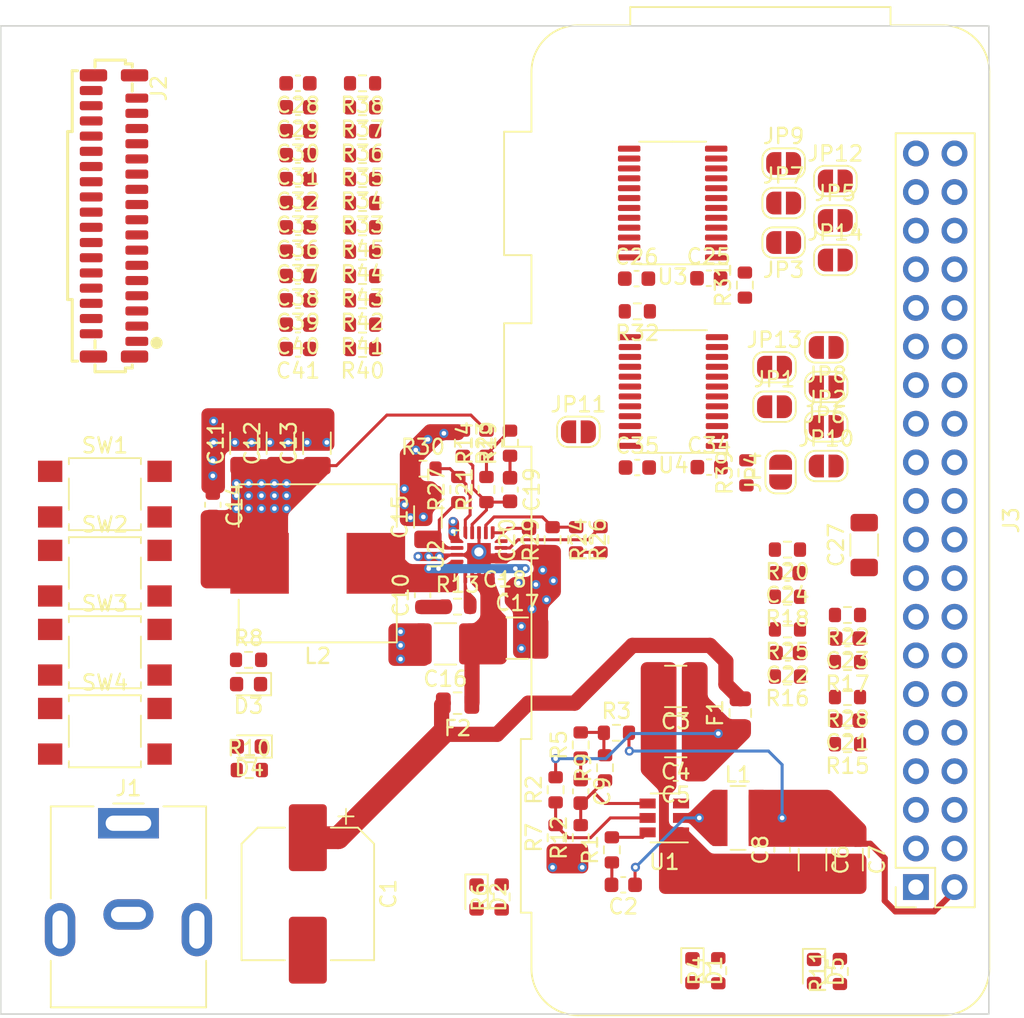
<source format=kicad_pcb>
(kicad_pcb (version 20171130) (host pcbnew 5.1.9-73d0e3b20d~88~ubuntu20.04.1)
  (layers (0 F.Cu signal) (31 B.Cu signal) (34 B.Paste user) (35 F.Paste user) (36 B.SilkS user) (37 F.SilkS user) (38 B.Mask user) (39 F.Mask user) (44 Edge.Cuts user))
  (net 0 "")
  (net 1 GND)
  (net 2 +24V)
  (net 3 "Net-(C2-Pad2)")
  (net 4 "Net-(C2-Pad1)")
  (net 5 "Net-(C3-Pad1)")
  (net 6 +5V)
  (net 7 "Net-(C9-Pad2)")
  (net 8 "Net-(C9-Pad1)")
  (net 9 "Net-(C10-Pad2)")
  (net 10 "Net-(C10-Pad1)")
  (net 11 +5VP)
  (net 12 "Net-(C15-Pad1)")
  (net 13 "Net-(C16-Pad1)")
  (net 14 "Net-(C19-Pad2)")
  (net 15 "Net-(C19-Pad1)")
  (net 16 "Net-(C20-Pad2)")
  (net 17 +3V3)
  (net 18 /ROW-DATA)
  (net 19 /ROW-BLANK)
  (net 20 /ROW-LATCH)
  (net 21 /BLANK)
  (net 22 /LATCH)
  (net 23 /SCLK)
  (net 24 /BLUE-1)
  (net 25 /GREEN-1)
  (net 26 /RED-1)
  (net 27 /BLUE-0)
  (net 28 /GREEN-0)
  (net 29 /RED-0)
  (net 30 "Net-(D1-Pad2)")
  (net 31 "Net-(D2-Pad2)")
  (net 32 "Net-(D3-Pad2)")
  (net 33 "Net-(D4-Pad2)")
  (net 34 "Net-(D5-Pad2)")
  (net 35 "Net-(J3-Pad40)")
  (net 36 "Net-(J3-Pad26)")
  (net 37 /RED-1-LV)
  (net 38 /LATCH-LV)
  (net 39 /ROW-BLANK-LV)
  (net 40 "Net-(J3-Pad8)")
  (net 41 /ROW-LATCH-LV)
  (net 42 /LED-STATUS)
  (net 43 /ROW-DATA-LV)
  (net 44 /BLUE-0-LV)
  (net 45 "Net-(J3-Pad36)")
  (net 46 "Net-(J3-Pad35)")
  (net 47 "Net-(J3-Pad33)")
  (net 48 "Net-(J3-Pad38)")
  (net 49 /GREEN-1-LV)
  (net 50 /BLANK-LV)
  (net 51 "Net-(J3-Pad10)")
  (net 52 /BLUE-1-LV)
  (net 53 /IN1)
  (net 54 /IN0)
  (net 55 "Net-(J3-Pad12)")
  (net 56 "Net-(J3-Pad11)")
  (net 57 /nOUT-EN)
  (net 58 /SCLK-LV)
  (net 59 /IN3)
  (net 60 /GREEN-0-LV)
  (net 61 /RED-0-LV)
  (net 62 /IN2)
  (net 63 "Net-(R1-Pad2)")
  (net 64 "Net-(R2-Pad1)")
  (net 65 "Net-(R3-Pad1)")
  (net 66 "Net-(R13-Pad2)")
  (net 67 "Net-(R14-Pad1)")
  (net 68 "Net-(R20-Pad2)")
  (net 69 "Net-(R22-Pad2)")
  (net 70 "Net-(R24-Pad2)")
  (net 71 "Net-(R25-Pad2)")
  (net 72 "Net-(R26-Pad1)")
  (net 73 "Net-(R27-Pad2)")
  (net 74 "Net-(R28-Pad2)")
  (net 75 "Net-(R31-Pad2)")
  (net 76 "Net-(R33-Pad1)")
  (net 77 "Net-(R34-Pad1)")
  (net 78 "Net-(R35-Pad1)")
  (net 79 "Net-(R36-Pad1)")
  (net 80 "Net-(R37-Pad1)")
  (net 81 "Net-(R38-Pad1)")
  (net 82 "Net-(R39-Pad2)")
  (net 83 "Net-(R40-Pad1)")
  (net 84 "Net-(R41-Pad1)")
  (net 85 "Net-(R42-Pad1)")
  (net 86 "Net-(R43-Pad1)")
  (net 87 "Net-(R44-Pad1)")
  (net 88 "Net-(R45-Pad1)")
  (net 89 "Net-(U3-Pad15)")
  (net 90 "Net-(U3-Pad14)")
  (net 91 "Net-(U4-Pad15)")
  (net 92 "Net-(U4-Pad14)")
  (net 93 "Net-(J3-Pad21)")
  (net 94 "Net-(J3-Pad29)")
  (net 95 "Net-(J3-Pad7)")
  (net 96 "Net-(J3-Pad32)")
  (net 97 "Net-(J3-Pad31)")
  (net 98 "Net-(J3-Pad37)")
  (net 99 "Net-(J3-Pad19)")
  (net 100 "Net-(J3-Pad28)")
  (net 101 "Net-(J3-Pad27)")
  (net 102 "Net-(J3-Pad24)")
  (net 103 "Net-(J3-Pad23)")
  (net 104 "Net-(J3-Pad5)")
  (net 105 "Net-(J3-Pad22)")
  (module Capacitor_SMD:C_1206_3216Metric (layer F.Cu) (at 28.1 32.3 90)
    (fp_text reference C15 (at 0 -1.85 90) (layer F.SilkS))
    (fp_text value 1u)
    (pad 2 smd roundrect (at 1.475 0 90) (size 1.15 1.8) (layers F.Cu F.Paste F.Mask) (roundrect_rratio 0.217391) (net 1 GND))
    (pad 1 smd roundrect (at -1.475 0 90) (size 1.15 1.8) (layers F.Cu F.Paste F.Mask) (roundrect_rratio 0.217391) (net 12 "Net-(C15-Pad1)"))
  )
  (module Jumper:SolderJumper-2_P1.3mm_Open_RoundedPad1.0x1.5mm (layer F.Cu) (at 54.9 15.4)
    (fp_text reference JP14 (at 0 -1.8) (layer F.SilkS))
    (fp_text value SolderJumper_2_Bridged)
    (pad 2 smd custom (at 0.65 0) (size 1 0.5) (layers F.Cu F.Mask) (net 47 "Net-(J3-Pad33)") (options (clearance outline) (anchor rect)) (primitives (gr_circle (center 0 0.25) (end 0.5 0.25) (width 0)) (gr_circle (center 0 -0.25) (end 0.5 -0.25) (width 0)) (gr_poly (pts (xy 0 -0.75) (xy -0.5 -0.75) (xy -0.5 0.75) (xy 0 0.75)) (width 0))))
    (pad 1 smd custom (at -0.65 0) (size 1 0.5) (layers F.Cu F.Mask) (net 44 /BLUE-0-LV) (options (clearance outline) (anchor rect)) (primitives (gr_circle (center 0 0.25) (end 0.5 0.25) (width 0)) (gr_circle (center 0 -0.25) (end 0.5 -0.25) (width 0)) (gr_poly (pts (xy 0 -0.75) (xy 0.5 -0.75) (xy 0.5 0.75) (xy 0 0.75)) (width 0))))
  )
  (module Jumper:SolderJumper-2_P1.3mm_Open_RoundedPad1.0x1.5mm (layer F.Cu) (at 50.9 22.45)
    (fp_text reference JP13 (at 0 -1.8) (layer F.SilkS))
    (fp_text value SolderJumper_2_Bridged)
    (pad 2 smd custom (at 0.65 0) (size 1 0.5) (layers F.Cu F.Mask) (net 96 "Net-(J3-Pad32)") (options (clearance outline) (anchor rect)) (primitives (gr_circle (center 0 0.25) (end 0.5 0.25) (width 0)) (gr_circle (center 0 -0.25) (end 0.5 -0.25) (width 0)) (gr_poly (pts (xy 0 -0.75) (xy -0.5 -0.75) (xy -0.5 0.75) (xy 0 0.75)) (width 0))))
    (pad 1 smd custom (at -0.65 0) (size 1 0.5) (layers F.Cu F.Mask) (net 49 /GREEN-1-LV) (options (clearance outline) (anchor rect)) (primitives (gr_circle (center 0 0.25) (end 0.5 0.25) (width 0)) (gr_circle (center 0 -0.25) (end 0.5 -0.25) (width 0)) (gr_poly (pts (xy 0 -0.75) (xy 0.5 -0.75) (xy 0.5 0.75) (xy 0 0.75)) (width 0))))
  )
  (module Jumper:SolderJumper-2_P1.3mm_Open_RoundedPad1.0x1.5mm (layer F.Cu) (at 54.9 10.2)
    (fp_text reference JP12 (at 0 -1.8) (layer F.SilkS))
    (fp_text value SolderJumper_2_Bridged)
    (pad 2 smd custom (at 0.65 0) (size 1 0.5) (layers F.Cu F.Mask) (net 98 "Net-(J3-Pad37)") (options (clearance outline) (anchor rect)) (primitives (gr_circle (center 0 0.25) (end 0.5 0.25) (width 0)) (gr_circle (center 0 -0.25) (end 0.5 -0.25) (width 0)) (gr_poly (pts (xy 0 -0.75) (xy -0.5 -0.75) (xy -0.5 0.75) (xy 0 0.75)) (width 0))))
    (pad 1 smd custom (at -0.65 0) (size 1 0.5) (layers F.Cu F.Mask) (net 61 /RED-0-LV) (options (clearance outline) (anchor rect)) (primitives (gr_circle (center 0 0.25) (end 0.5 0.25) (width 0)) (gr_circle (center 0 -0.25) (end 0.5 -0.25) (width 0)) (gr_poly (pts (xy 0 -0.75) (xy 0.5 -0.75) (xy 0.5 0.75) (xy 0 0.75)) (width 0))))
  )
  (module Jumper:SolderJumper-2_P1.3mm_Open_RoundedPad1.0x1.5mm (layer F.Cu) (at 38 26.7)
    (fp_text reference JP11 (at 0 -1.8) (layer F.SilkS))
    (fp_text value SolderJumper_2_Bridged)
    (pad 2 smd custom (at 0.65 0) (size 1 0.5) (layers F.Cu F.Mask) (net 57 /nOUT-EN) (options (clearance outline) (anchor rect)) (primitives (gr_circle (center 0 0.25) (end 0.5 0.25) (width 0)) (gr_circle (center 0 -0.25) (end 0.5 -0.25) (width 0)) (gr_poly (pts (xy 0 -0.75) (xy -0.5 -0.75) (xy -0.5 0.75) (xy 0 0.75)) (width 0))))
    (pad 1 smd custom (at -0.65 0) (size 1 0.5) (layers F.Cu F.Mask) (net 102 "Net-(J3-Pad24)") (options (clearance outline) (anchor rect)) (primitives (gr_circle (center 0 0.25) (end 0.5 0.25) (width 0)) (gr_circle (center 0 -0.25) (end 0.5 -0.25) (width 0)) (gr_poly (pts (xy 0 -0.75) (xy 0.5 -0.75) (xy 0.5 0.75) (xy 0 0.75)) (width 0))))
  )
  (module Jumper:SolderJumper-2_P1.3mm_Open_RoundedPad1.0x1.5mm (layer F.Cu) (at 54.3 28.95)
    (fp_text reference JP10 (at 0 -1.8) (layer F.SilkS))
    (fp_text value SolderJumper_2_Bridged)
    (pad 2 smd custom (at 0.65 0) (size 1 0.5) (layers F.Cu F.Mask) (net 36 "Net-(J3-Pad26)") (options (clearance outline) (anchor rect)) (primitives (gr_circle (center 0 0.25) (end 0.5 0.25) (width 0)) (gr_circle (center 0 -0.25) (end 0.5 -0.25) (width 0)) (gr_poly (pts (xy 0 -0.75) (xy -0.5 -0.75) (xy -0.5 0.75) (xy 0 0.75)) (width 0))))
    (pad 1 smd custom (at -0.65 0) (size 1 0.5) (layers F.Cu F.Mask) (net 58 /SCLK-LV) (options (clearance outline) (anchor rect)) (primitives (gr_circle (center 0 0.25) (end 0.5 0.25) (width 0)) (gr_circle (center 0 -0.25) (end 0.5 -0.25) (width 0)) (gr_poly (pts (xy 0 -0.75) (xy 0.5 -0.75) (xy 0.5 0.75) (xy 0 0.75)) (width 0))))
  )
  (module Jumper:SolderJumper-2_P1.3mm_Open_RoundedPad1.0x1.5mm (layer F.Cu) (at 51.5 9.05)
    (fp_text reference JP9 (at 0 -1.8) (layer F.SilkS))
    (fp_text value SolderJumper_2_Bridged)
    (pad 2 smd custom (at 0.65 0) (size 1 0.5) (layers F.Cu F.Mask) (net 35 "Net-(J3-Pad40)") (options (clearance outline) (anchor rect)) (primitives (gr_circle (center 0 0.25) (end 0.5 0.25) (width 0)) (gr_circle (center 0 -0.25) (end 0.5 -0.25) (width 0)) (gr_poly (pts (xy 0 -0.75) (xy -0.5 -0.75) (xy -0.5 0.75) (xy 0 0.75)) (width 0))))
    (pad 1 smd custom (at -0.65 0) (size 1 0.5) (layers F.Cu F.Mask) (net 43 /ROW-DATA-LV) (options (clearance outline) (anchor rect)) (primitives (gr_circle (center 0 0.25) (end 0.5 0.25) (width 0)) (gr_circle (center 0 -0.25) (end 0.5 -0.25) (width 0)) (gr_poly (pts (xy 0 -0.75) (xy 0.5 -0.75) (xy 0.5 0.75) (xy 0 0.75)) (width 0))))
  )
  (module Jumper:SolderJumper-2_P1.3mm_Open_RoundedPad1.0x1.5mm (layer F.Cu) (at 54.3 21.15 180)
    (fp_text reference JP8 (at 0 -1.8) (layer F.SilkS))
    (fp_text value SolderJumper_2_Bridged)
    (pad 2 smd custom (at 0.65 0 180) (size 1 0.5) (layers F.Cu F.Mask) (net 37 /RED-1-LV) (options (clearance outline) (anchor rect)) (primitives (gr_circle (center 0 0.25) (end 0.5 0.25) (width 0)) (gr_circle (center 0 -0.25) (end 0.5 -0.25) (width 0)) (gr_poly (pts (xy 0 -0.75) (xy -0.5 -0.75) (xy -0.5 0.75) (xy 0 0.75)) (width 0))))
    (pad 1 smd custom (at -0.65 0 180) (size 1 0.5) (layers F.Cu F.Mask) (net 97 "Net-(J3-Pad31)") (options (clearance outline) (anchor rect)) (primitives (gr_circle (center 0 0.25) (end 0.5 0.25) (width 0)) (gr_circle (center 0 -0.25) (end 0.5 -0.25) (width 0)) (gr_poly (pts (xy 0 -0.75) (xy 0.5 -0.75) (xy 0.5 0.75) (xy 0 0.75)) (width 0))))
  )
  (module Jumper:SolderJumper-2_P1.3mm_Open_RoundedPad1.0x1.5mm (layer F.Cu) (at 51.5 11.65)
    (fp_text reference JP7 (at 0 -1.8) (layer F.SilkS))
    (fp_text value SolderJumper_2_Bridged)
    (pad 2 smd custom (at 0.65 0) (size 1 0.5) (layers F.Cu F.Mask) (net 48 "Net-(J3-Pad38)") (options (clearance outline) (anchor rect)) (primitives (gr_circle (center 0 0.25) (end 0.5 0.25) (width 0)) (gr_circle (center 0 -0.25) (end 0.5 -0.25) (width 0)) (gr_poly (pts (xy 0 -0.75) (xy -0.5 -0.75) (xy -0.5 0.75) (xy 0 0.75)) (width 0))))
    (pad 1 smd custom (at -0.65 0) (size 1 0.5) (layers F.Cu F.Mask) (net 39 /ROW-BLANK-LV) (options (clearance outline) (anchor rect)) (primitives (gr_circle (center 0 0.25) (end 0.5 0.25) (width 0)) (gr_circle (center 0 -0.25) (end 0.5 -0.25) (width 0)) (gr_poly (pts (xy 0 -0.75) (xy 0.5 -0.75) (xy 0.5 0.75) (xy 0 0.75)) (width 0))))
  )
  (module Jumper:SolderJumper-2_P1.3mm_Open_RoundedPad1.0x1.5mm (layer F.Cu) (at 54.3 23.75 180)
    (fp_text reference JP6 (at 0.1 -1.85) (layer F.SilkS))
    (fp_text value SolderJumper_2_Bridged)
    (pad 2 smd custom (at 0.65 0 180) (size 1 0.5) (layers F.Cu F.Mask) (net 52 /BLUE-1-LV) (options (clearance outline) (anchor rect)) (primitives (gr_circle (center 0 0.25) (end 0.5 0.25) (width 0)) (gr_circle (center 0 -0.25) (end 0.5 -0.25) (width 0)) (gr_poly (pts (xy 0 -0.75) (xy -0.5 -0.75) (xy -0.5 0.75) (xy 0 0.75)) (width 0))))
    (pad 1 smd custom (at -0.65 0 180) (size 1 0.5) (layers F.Cu F.Mask) (net 94 "Net-(J3-Pad29)") (options (clearance outline) (anchor rect)) (primitives (gr_circle (center 0 0.25) (end 0.5 0.25) (width 0)) (gr_circle (center 0 -0.25) (end 0.5 -0.25) (width 0)) (gr_poly (pts (xy 0 -0.75) (xy 0.5 -0.75) (xy 0.5 0.75) (xy 0 0.75)) (width 0))))
  )
  (module Jumper:SolderJumper-2_P1.3mm_Open_RoundedPad1.0x1.5mm (layer F.Cu) (at 54.9 12.8)
    (fp_text reference JP5 (at 0 -1.8) (layer F.SilkS))
    (fp_text value SolderJumper_2_Bridged)
    (pad 2 smd custom (at 0.65 0) (size 1 0.5) (layers F.Cu F.Mask) (net 46 "Net-(J3-Pad35)") (options (clearance outline) (anchor rect)) (primitives (gr_circle (center 0 0.25) (end 0.5 0.25) (width 0)) (gr_circle (center 0 -0.25) (end 0.5 -0.25) (width 0)) (gr_poly (pts (xy 0 -0.75) (xy -0.5 -0.75) (xy -0.5 0.75) (xy 0 0.75)) (width 0))))
    (pad 1 smd custom (at -0.65 0) (size 1 0.5) (layers F.Cu F.Mask) (net 60 /GREEN-0-LV) (options (clearance outline) (anchor rect)) (primitives (gr_circle (center 0 0.25) (end 0.5 0.25) (width 0)) (gr_circle (center 0 -0.25) (end 0.5 -0.25) (width 0)) (gr_poly (pts (xy 0 -0.75) (xy 0.5 -0.75) (xy 0.5 0.75) (xy 0 0.75)) (width 0))))
  )
  (module Jumper:SolderJumper-2_P1.3mm_Open_RoundedPad1.0x1.5mm (layer F.Cu) (at 51.3 29.35 90)
    (fp_text reference JP4 (at 0 -1.8 90) (layer F.SilkS))
    (fp_text value SolderJumper_2_Bridged)
    (pad 2 smd custom (at 0.65 0 90) (size 1 0.5) (layers F.Cu F.Mask) (net 58 /SCLK-LV) (options (clearance outline) (anchor rect)) (primitives (gr_circle (center 0 0.25) (end 0.5 0.25) (width 0)) (gr_circle (center 0 -0.25) (end 0.5 -0.25) (width 0)) (gr_poly (pts (xy 0 -0.75) (xy -0.5 -0.75) (xy -0.5 0.75) (xy 0 0.75)) (width 0))))
    (pad 1 smd custom (at -0.65 0 90) (size 1 0.5) (layers F.Cu F.Mask) (net 95 "Net-(J3-Pad7)") (options (clearance outline) (anchor rect)) (primitives (gr_circle (center 0 0.25) (end 0.5 0.25) (width 0)) (gr_circle (center 0 -0.25) (end 0.5 -0.25) (width 0)) (gr_poly (pts (xy 0 -0.75) (xy 0.5 -0.75) (xy 0.5 0.75) (xy 0 0.75)) (width 0))))
  )
  (module Jumper:SolderJumper-2_P1.3mm_Open_RoundedPad1.0x1.5mm (layer F.Cu) (at 51.5 14.25 180)
    (fp_text reference JP3 (at 0 -1.8) (layer F.SilkS))
    (fp_text value SolderJumper_2_Bridged)
    (pad 2 smd custom (at 0.65 0 180) (size 1 0.5) (layers F.Cu F.Mask) (net 41 /ROW-LATCH-LV) (options (clearance outline) (anchor rect)) (primitives (gr_circle (center 0 0.25) (end 0.5 0.25) (width 0)) (gr_circle (center 0 -0.25) (end 0.5 -0.25) (width 0)) (gr_poly (pts (xy 0 -0.75) (xy -0.5 -0.75) (xy -0.5 0.75) (xy 0 0.75)) (width 0))))
    (pad 1 smd custom (at -0.65 0 180) (size 1 0.5) (layers F.Cu F.Mask) (net 45 "Net-(J3-Pad36)") (options (clearance outline) (anchor rect)) (primitives (gr_circle (center 0 0.25) (end 0.5 0.25) (width 0)) (gr_circle (center 0 -0.25) (end 0.5 -0.25) (width 0)) (gr_poly (pts (xy 0 -0.75) (xy 0.5 -0.75) (xy 0.5 0.75) (xy 0 0.75)) (width 0))))
  )
  (module Jumper:SolderJumper-2_P1.3mm_Open_RoundedPad1.0x1.5mm (layer F.Cu) (at 54.3 26.35)
    (fp_text reference JP2 (at 0 -1.8) (layer F.SilkS))
    (fp_text value SolderJumper_2_Bridged)
    (pad 2 smd custom (at 0.65 0) (size 1 0.5) (layers F.Cu F.Mask) (net 100 "Net-(J3-Pad28)") (options (clearance outline) (anchor rect)) (primitives (gr_circle (center 0 0.25) (end 0.5 0.25) (width 0)) (gr_circle (center 0 -0.25) (end 0.5 -0.25) (width 0)) (gr_poly (pts (xy 0 -0.75) (xy -0.5 -0.75) (xy -0.5 0.75) (xy 0 0.75)) (width 0))))
    (pad 1 smd custom (at -0.65 0) (size 1 0.5) (layers F.Cu F.Mask) (net 38 /LATCH-LV) (options (clearance outline) (anchor rect)) (primitives (gr_circle (center 0 0.25) (end 0.5 0.25) (width 0)) (gr_circle (center 0 -0.25) (end 0.5 -0.25) (width 0)) (gr_poly (pts (xy 0 -0.75) (xy 0.5 -0.75) (xy 0.5 0.75) (xy 0 0.75)) (width 0))))
  )
  (module Jumper:SolderJumper-2_P1.3mm_Open_RoundedPad1.0x1.5mm (layer F.Cu) (at 50.9 25.05)
    (fp_text reference JP1 (at 0 -1.8) (layer F.SilkS))
    (fp_text value SolderJumper_2_Bridged)
    (pad 2 smd custom (at 0.65 0) (size 1 0.5) (layers F.Cu F.Mask) (net 101 "Net-(J3-Pad27)") (options (clearance outline) (anchor rect)) (primitives (gr_circle (center 0 0.25) (end 0.5 0.25) (width 0)) (gr_circle (center 0 -0.25) (end 0.5 -0.25) (width 0)) (gr_poly (pts (xy 0 -0.75) (xy -0.5 -0.75) (xy -0.5 0.75) (xy 0 0.75)) (width 0))))
    (pad 1 smd custom (at -0.65 0) (size 1 0.5) (layers F.Cu F.Mask) (net 50 /BLANK-LV) (options (clearance outline) (anchor rect)) (primitives (gr_circle (center 0 0.25) (end 0.5 0.25) (width 0)) (gr_circle (center 0 -0.25) (end 0.5 -0.25) (width 0)) (gr_poly (pts (xy 0 -0.75) (xy 0.5 -0.75) (xy 0.5 0.75) (xy 0 0.75)) (width 0))))
  )
  (module Capacitor_SMD:C_0603_1608Metric (layer F.Cu) (at 51.4 54.2 90)
    (fp_text reference C8 (at 0 -1.43 90) (layer F.SilkS))
    (fp_text value 100n)
    (pad 2 smd roundrect (at 0.775 0 90) (size 0.9 0.95) (layers F.Cu F.Paste F.Mask) (net 6 +5V))
    (pad 1 smd roundrect (at -0.775 0 90) (size 0.9 0.95) (layers F.Cu F.Paste F.Mask) (net 1 GND))
  )
  (module Package_SO:TSSOP-24_4.4x7.8mm_P0.65mm (layer F.Cu) (at 44.25 24.05 180)
    (fp_text reference U4 (at 0 -4.85) (layer F.SilkS))
    (fp_text value SN74LVC8T245PW)
    (pad 24 smd roundrect (at 2.8625 -3.575 180) (size 1.475 0.4) (layers F.Cu F.Paste F.Mask) (net 6 +5V))
    (pad 23 smd roundrect (at 2.8625 -2.925 180) (size 1.475 0.4) (layers F.Cu F.Paste F.Mask) (net 6 +5V))
    (pad 22 smd roundrect (at 2.8625 -2.275 180) (size 1.475 0.4) (layers F.Cu F.Paste F.Mask) (net 57 /nOUT-EN))
    (pad 21 smd roundrect (at 2.8625 -1.625 180) (size 1.475 0.4) (layers F.Cu F.Paste F.Mask) (net 83 "Net-(R40-Pad1)"))
    (pad 20 smd roundrect (at 2.8625 -0.975 180) (size 1.475 0.4) (layers F.Cu F.Paste F.Mask) (net 84 "Net-(R41-Pad1)"))
    (pad 19 smd roundrect (at 2.8625 -0.325 180) (size 1.475 0.4) (layers F.Cu F.Paste F.Mask) (net 85 "Net-(R42-Pad1)"))
    (pad 18 smd roundrect (at 2.8625 0.325 180) (size 1.475 0.4) (layers F.Cu F.Paste F.Mask) (net 86 "Net-(R43-Pad1)"))
    (pad 17 smd roundrect (at 2.8625 0.975 180) (size 1.475 0.4) (layers F.Cu F.Paste F.Mask) (net 87 "Net-(R44-Pad1)"))
    (pad 16 smd roundrect (at 2.8625 1.625 180) (size 1.475 0.4) (layers F.Cu F.Paste F.Mask) (net 88 "Net-(R45-Pad1)"))
    (pad 15 smd roundrect (at 2.8625 2.275 180) (size 1.475 0.4) (layers F.Cu F.Paste F.Mask) (net 91 "Net-(U4-Pad15)"))
    (pad 14 smd roundrect (at 2.8625 2.925 180) (size 1.475 0.4) (layers F.Cu F.Paste F.Mask) (net 92 "Net-(U4-Pad14)"))
    (pad 13 smd roundrect (at 2.8625 3.575 180) (size 1.475 0.4) (layers F.Cu F.Paste F.Mask) (net 1 GND))
    (pad 12 smd roundrect (at -2.8625 3.575 180) (size 1.475 0.4) (layers F.Cu F.Paste F.Mask) (net 1 GND))
    (pad 11 smd roundrect (at -2.8625 2.925 180) (size 1.475 0.4) (layers F.Cu F.Paste F.Mask) (net 1 GND))
    (pad 10 smd roundrect (at -2.8625 2.275 180) (size 1.475 0.4) (layers F.Cu F.Paste F.Mask) (net 1 GND))
    (pad 9 smd roundrect (at -2.8625 1.625 180) (size 1.475 0.4) (layers F.Cu F.Paste F.Mask) (net 1 GND))
    (pad 8 smd roundrect (at -2.8625 0.975 180) (size 1.475 0.4) (layers F.Cu F.Paste F.Mask) (net 37 /RED-1-LV))
    (pad 7 smd roundrect (at -2.8625 0.325 180) (size 1.475 0.4) (layers F.Cu F.Paste F.Mask) (net 49 /GREEN-1-LV))
    (pad 6 smd roundrect (at -2.8625 -0.325 180) (size 1.475 0.4) (layers F.Cu F.Paste F.Mask) (net 52 /BLUE-1-LV))
    (pad 5 smd roundrect (at -2.8625 -0.975 180) (size 1.475 0.4) (layers F.Cu F.Paste F.Mask) (net 50 /BLANK-LV))
    (pad 4 smd roundrect (at -2.8625 -1.625 180) (size 1.475 0.4) (layers F.Cu F.Paste F.Mask) (net 38 /LATCH-LV))
    (pad 3 smd roundrect (at -2.8625 -2.275 180) (size 1.475 0.4) (layers F.Cu F.Paste F.Mask) (net 58 /SCLK-LV))
    (pad 2 smd roundrect (at -2.8625 -2.925 180) (size 1.475 0.4) (layers F.Cu F.Paste F.Mask) (net 82 "Net-(R39-Pad2)"))
    (pad 1 smd roundrect (at -2.8625 -3.575 180) (size 1.475 0.4) (layers F.Cu F.Paste F.Mask) (net 17 +3V3))
  )
  (module Package_SO:TSSOP-24_4.4x7.8mm_P0.65mm (layer F.Cu) (at 44.2 11.65 180)
    (fp_text reference U3 (at 0 -4.85) (layer F.SilkS))
    (fp_text value SN74LVC8T245PW)
    (pad 24 smd roundrect (at 2.8625 -3.575 180) (size 1.475 0.4) (layers F.Cu F.Paste F.Mask) (net 6 +5V))
    (pad 23 smd roundrect (at 2.8625 -2.925 180) (size 1.475 0.4) (layers F.Cu F.Paste F.Mask) (net 6 +5V))
    (pad 22 smd roundrect (at 2.8625 -2.275 180) (size 1.475 0.4) (layers F.Cu F.Paste F.Mask) (net 57 /nOUT-EN))
    (pad 21 smd roundrect (at 2.8625 -1.625 180) (size 1.475 0.4) (layers F.Cu F.Paste F.Mask) (net 76 "Net-(R33-Pad1)"))
    (pad 20 smd roundrect (at 2.8625 -0.975 180) (size 1.475 0.4) (layers F.Cu F.Paste F.Mask) (net 77 "Net-(R34-Pad1)"))
    (pad 19 smd roundrect (at 2.8625 -0.325 180) (size 1.475 0.4) (layers F.Cu F.Paste F.Mask) (net 78 "Net-(R35-Pad1)"))
    (pad 18 smd roundrect (at 2.8625 0.325 180) (size 1.475 0.4) (layers F.Cu F.Paste F.Mask) (net 79 "Net-(R36-Pad1)"))
    (pad 17 smd roundrect (at 2.8625 0.975 180) (size 1.475 0.4) (layers F.Cu F.Paste F.Mask) (net 80 "Net-(R37-Pad1)"))
    (pad 16 smd roundrect (at 2.8625 1.625 180) (size 1.475 0.4) (layers F.Cu F.Paste F.Mask) (net 81 "Net-(R38-Pad1)"))
    (pad 15 smd roundrect (at 2.8625 2.275 180) (size 1.475 0.4) (layers F.Cu F.Paste F.Mask) (net 89 "Net-(U3-Pad15)"))
    (pad 14 smd roundrect (at 2.8625 2.925 180) (size 1.475 0.4) (layers F.Cu F.Paste F.Mask) (net 90 "Net-(U3-Pad14)"))
    (pad 13 smd roundrect (at 2.8625 3.575 180) (size 1.475 0.4) (layers F.Cu F.Paste F.Mask) (net 1 GND))
    (pad 12 smd roundrect (at -2.8625 3.575 180) (size 1.475 0.4) (layers F.Cu F.Paste F.Mask) (net 1 GND))
    (pad 11 smd roundrect (at -2.8625 2.925 180) (size 1.475 0.4) (layers F.Cu F.Paste F.Mask) (net 1 GND))
    (pad 10 smd roundrect (at -2.8625 2.275 180) (size 1.475 0.4) (layers F.Cu F.Paste F.Mask) (net 1 GND))
    (pad 9 smd roundrect (at -2.8625 1.625 180) (size 1.475 0.4) (layers F.Cu F.Paste F.Mask) (net 1 GND))
    (pad 8 smd roundrect (at -2.8625 0.975 180) (size 1.475 0.4) (layers F.Cu F.Paste F.Mask) (net 43 /ROW-DATA-LV))
    (pad 7 smd roundrect (at -2.8625 0.325 180) (size 1.475 0.4) (layers F.Cu F.Paste F.Mask) (net 61 /RED-0-LV))
    (pad 6 smd roundrect (at -2.8625 -0.325 180) (size 1.475 0.4) (layers F.Cu F.Paste F.Mask) (net 39 /ROW-BLANK-LV))
    (pad 5 smd roundrect (at -2.8625 -0.975 180) (size 1.475 0.4) (layers F.Cu F.Paste F.Mask) (net 60 /GREEN-0-LV))
    (pad 4 smd roundrect (at -2.8625 -1.625 180) (size 1.475 0.4) (layers F.Cu F.Paste F.Mask) (net 41 /ROW-LATCH-LV))
    (pad 3 smd roundrect (at -2.8625 -2.275 180) (size 1.475 0.4) (layers F.Cu F.Paste F.Mask) (net 44 /BLUE-0-LV))
    (pad 2 smd roundrect (at -2.8625 -2.925 180) (size 1.475 0.4) (layers F.Cu F.Paste F.Mask) (net 75 "Net-(R31-Pad2)"))
    (pad 1 smd roundrect (at -2.8625 -3.575 180) (size 1.475 0.4) (layers F.Cu F.Paste F.Mask) (net 17 +3V3))
  )
  (module Package_DFN_QFN:VQFN-20-1EP_3x3mm_P0.45mm_EP1.55x1.55mm (layer F.Cu) (at 31.46 34.79 90)
    (fp_text reference U2 (at 0 -2.82 90) (layer F.SilkS))
    (fp_text value TPS51397A)
    (pad 21 smd rect (at 0 0 90) (size 1.55 1.55) (layers F.Cu F.Mask) (net 1 GND))
    (pad 20 smd custom (at -0.9 -1.45 90) (size 0.143934 0.143934) (layers F.Cu F.Paste F.Mask) (net 9 "Net-(C10-Pad2)") (options (clearance outline) (anchor circle)) (primitives (gr_poly (pts (xy -0.075 -0.375) (xy 0.075 -0.375) (xy 0.075 0.375) (xy 0.045711 0.375) (xy -0.075 0.254289)) (width 0.1))))
    (pad 19 smd roundrect (at -0.45 -1.45 90) (size 0.25 0.85) (layers F.Cu F.Paste F.Mask) (net 9 "Net-(C10-Pad2)"))
    (pad 18 smd roundrect (at 0 -1.45 90) (size 0.25 0.85) (layers F.Cu F.Paste F.Mask) (net 1 GND))
    (pad 17 smd roundrect (at 0.45 -1.45 90) (size 0.25 0.85) (layers F.Cu F.Paste F.Mask) (net 12 "Net-(C15-Pad1)"))
    (pad 16 smd custom (at 0.9 -1.45 90) (size 0.143934 0.143934) (layers F.Cu F.Paste F.Mask) (net 1 GND) (options (clearance outline) (anchor circle)) (primitives (gr_poly (pts (xy -0.075 -0.375) (xy 0.075 -0.375) (xy 0.075 0.254289) (xy -0.045711 0.375) (xy -0.075 0.375)) (width 0.1))))
    (pad 15 smd custom (at 1.45 -0.9 90) (size 0.143934 0.143934) (layers F.Cu F.Paste F.Mask) (net 73 "Net-(R27-Pad2)") (options (clearance outline) (anchor circle)) (primitives (gr_poly (pts (xy -0.375 0.045711) (xy -0.254289 -0.075) (xy 0.375 -0.075) (xy 0.375 0.075) (xy -0.375 0.075)) (width 0.1))))
    (pad 14 smd roundrect (at 1.45 -0.45 90) (size 0.85 0.25) (layers F.Cu F.Paste F.Mask) (net 14 "Net-(C19-Pad2)"))
    (pad 13 smd roundrect (at 1.45 0 90) (size 0.85 0.25) (layers F.Cu F.Paste F.Mask) (net 1 GND))
    (pad 12 smd roundrect (at 1.45 0.45 90) (size 0.85 0.25) (layers F.Cu F.Paste F.Mask) (net 72 "Net-(R26-Pad1)"))
    (pad 11 smd custom (at 1.45 0.9 90) (size 0.143934 0.143934) (layers F.Cu F.Paste F.Mask) (net 16 "Net-(C20-Pad2)") (options (clearance outline) (anchor circle)) (primitives (gr_poly (pts (xy -0.375 -0.075) (xy 0.375 -0.075) (xy 0.375 0.075) (xy -0.254289 0.075) (xy -0.375 -0.045711)) (width 0.1))))
    (pad 10 smd custom (at 0.9 1.45 90) (size 0.143934 0.143934) (layers F.Cu F.Paste F.Mask) (net 1 GND) (options (clearance outline) (anchor circle)) (primitives (gr_poly (pts (xy -0.075 -0.375) (xy -0.045711 -0.375) (xy 0.075 -0.254289) (xy 0.075 0.375) (xy -0.075 0.375)) (width 0.1))))
    (pad 9 smd roundrect (at 0.45 1.45 90) (size 0.25 0.85) (layers F.Cu F.Paste F.Mask) (net 70 "Net-(R24-Pad2)"))
    (pad 8 smd roundrect (at 0 1.45 90) (size 0.25 0.85) (layers F.Cu F.Paste F.Mask) (net 1 GND))
    (pad 7 smd roundrect (at -0.45 1.45 90) (size 0.25 0.85) (layers F.Cu F.Paste F.Mask) (net 1 GND))
    (pad 6 smd custom (at -0.9 1.45 90) (size 0.143934 0.143934) (layers F.Cu F.Paste F.Mask) (net 9 "Net-(C10-Pad2)") (options (clearance outline) (anchor circle)) (primitives (gr_poly (pts (xy -0.075 -0.254289) (xy 0.045711 -0.375) (xy 0.075 -0.375) (xy 0.075 0.375) (xy -0.075 0.375)) (width 0.1))))
    (pad 5 smd custom (at -1.45 0.9 90) (size 0.143934 0.143934) (layers F.Cu F.Paste F.Mask) (net 13 "Net-(C16-Pad1)") (options (clearance outline) (anchor circle)) (primitives (gr_poly (pts (xy -0.375 -0.075) (xy 0.375 -0.075) (xy 0.375 -0.045711) (xy 0.254289 0.075) (xy -0.375 0.075)) (width 0.1))))
    (pad 4 smd roundrect (at -1.45 0.45 90) (size 0.85 0.25) (layers F.Cu F.Paste F.Mask) (net 13 "Net-(C16-Pad1)"))
    (pad 3 smd roundrect (at -1.45 0 90) (size 0.85 0.25) (layers F.Cu F.Paste F.Mask) (net 13 "Net-(C16-Pad1)"))
    (pad 2 smd roundrect (at -1.45 -0.45 90) (size 0.85 0.25) (layers F.Cu F.Paste F.Mask) (net 13 "Net-(C16-Pad1)"))
    (pad 1 smd custom (at -1.45 -0.9 90) (size 0.143934 0.143934) (layers F.Cu F.Paste F.Mask) (net 66 "Net-(R13-Pad2)") (options (clearance outline) (anchor circle)) (primitives (gr_poly (pts (xy -0.375 -0.075) (xy 0.254289 -0.075) (xy 0.375 0.045711) (xy 0.375 0.075) (xy -0.375 0.075)) (width 0.1))))
  )
  (module Package_TO_SOT_SMD:SOT-23-6 (layer F.Cu) (at 43.65 52.1 180)
    (fp_text reference U1 (at 0 -2.9) (layer F.SilkS))
    (fp_text value TPS56339)
    (pad 5 smd rect (at 1.1 0 180) (size 1.06 0.65) (layers F.Cu F.Paste F.Mask) (net 64 "Net-(R2-Pad1)"))
    (pad 6 smd rect (at 1.1 -0.95 180) (size 1.06 0.65) (layers F.Cu F.Paste F.Mask) (net 63 "Net-(R1-Pad2)"))
    (pad 4 smd rect (at 1.1 0.95 180) (size 1.06 0.65) (layers F.Cu F.Paste F.Mask) (net 7 "Net-(C9-Pad2)"))
    (pad 3 smd rect (at -1.1 0.95 180) (size 1.06 0.65) (layers F.Cu F.Paste F.Mask) (net 5 "Net-(C3-Pad1)"))
    (pad 2 smd rect (at -1.1 0 180) (size 1.06 0.65) (layers F.Cu F.Paste F.Mask) (net 4 "Net-(C2-Pad1)"))
    (pad 1 smd rect (at -1.1 -0.95 180) (size 1.06 0.65) (layers F.Cu F.Paste F.Mask) (net 1 GND))
  )
  (module Button_Switch_SMD:SW_SPST_TL3305A (layer F.Cu) (at 6.85 46.4)
    (fp_text reference SW4 (at 0 -3.2) (layer F.SilkS))
    (fp_text value SW_Push)
    (pad 2 smd rect (at -3.6 1.5) (size 1.6 1.4) (layers F.Cu F.Paste F.Mask) (net 1 GND))
    (pad 2 smd rect (at 3.6 1.5) (size 1.6 1.4) (layers F.Cu F.Paste F.Mask) (net 1 GND))
    (pad 1 smd rect (at -3.6 -1.5) (size 1.6 1.4) (layers F.Cu F.Paste F.Mask) (net 74 "Net-(R28-Pad2)"))
    (pad 1 smd rect (at 3.6 -1.5) (size 1.6 1.4) (layers F.Cu F.Paste F.Mask) (net 74 "Net-(R28-Pad2)"))
  )
  (module Button_Switch_SMD:SW_SPST_TL3305A (layer F.Cu) (at 6.85 41.2)
    (fp_text reference SW3 (at 0 -3.2) (layer F.SilkS))
    (fp_text value SW_Push)
    (pad 2 smd rect (at -3.6 1.5) (size 1.6 1.4) (layers F.Cu F.Paste F.Mask) (net 1 GND))
    (pad 2 smd rect (at 3.6 1.5) (size 1.6 1.4) (layers F.Cu F.Paste F.Mask) (net 1 GND))
    (pad 1 smd rect (at -3.6 -1.5) (size 1.6 1.4) (layers F.Cu F.Paste F.Mask) (net 71 "Net-(R25-Pad2)"))
    (pad 1 smd rect (at 3.6 -1.5) (size 1.6 1.4) (layers F.Cu F.Paste F.Mask) (net 71 "Net-(R25-Pad2)"))
  )
  (module Button_Switch_SMD:SW_SPST_TL3305A (layer F.Cu) (at 6.85 36)
    (fp_text reference SW2 (at 0 -3.2) (layer F.SilkS))
    (fp_text value SW_Push)
    (pad 2 smd rect (at -3.6 1.5) (size 1.6 1.4) (layers F.Cu F.Paste F.Mask) (net 1 GND))
    (pad 2 smd rect (at 3.6 1.5) (size 1.6 1.4) (layers F.Cu F.Paste F.Mask) (net 1 GND))
    (pad 1 smd rect (at -3.6 -1.5) (size 1.6 1.4) (layers F.Cu F.Paste F.Mask) (net 69 "Net-(R22-Pad2)"))
    (pad 1 smd rect (at 3.6 -1.5) (size 1.6 1.4) (layers F.Cu F.Paste F.Mask) (net 69 "Net-(R22-Pad2)"))
  )
  (module Button_Switch_SMD:SW_SPST_TL3305A (layer F.Cu) (at 6.85 30.8)
    (fp_text reference SW1 (at 0 -3.2) (layer F.SilkS))
    (fp_text value SW_Push)
    (pad 2 smd rect (at -3.6 1.5) (size 1.6 1.4) (layers F.Cu F.Paste F.Mask) (net 1 GND))
    (pad 2 smd rect (at 3.6 1.5) (size 1.6 1.4) (layers F.Cu F.Paste F.Mask) (net 1 GND))
    (pad 1 smd rect (at -3.6 -1.5) (size 1.6 1.4) (layers F.Cu F.Paste F.Mask) (net 68 "Net-(R20-Pad2)"))
    (pad 1 smd rect (at 3.6 -1.5) (size 1.6 1.4) (layers F.Cu F.Paste F.Mask) (net 68 "Net-(R20-Pad2)"))
  )
  (module Resistor_SMD:R_0603_1608Metric (layer F.Cu) (at 23.8 13.25 180)
    (fp_text reference R45 (at 0 -1.43) (layer F.SilkS))
    (fp_text value 4R7)
    (pad 2 smd roundrect (at 0.825 0 180) (size 0.8 0.95) (layers F.Cu F.Paste F.Mask) (net 26 /RED-1))
    (pad 1 smd roundrect (at -0.825 0 180) (size 0.8 0.95) (layers F.Cu F.Paste F.Mask) (net 88 "Net-(R45-Pad1)"))
  )
  (module Resistor_SMD:R_0603_1608Metric (layer F.Cu) (at 23.8 14.85 180)
    (fp_text reference R44 (at 0 -1.43) (layer F.SilkS))
    (fp_text value 4R7)
    (pad 2 smd roundrect (at 0.825 0 180) (size 0.8 0.95) (layers F.Cu F.Paste F.Mask) (net 25 /GREEN-1))
    (pad 1 smd roundrect (at -0.825 0 180) (size 0.8 0.95) (layers F.Cu F.Paste F.Mask) (net 87 "Net-(R44-Pad1)"))
  )
  (module Resistor_SMD:R_0603_1608Metric (layer F.Cu) (at 23.8 16.45 180)
    (fp_text reference R43 (at 0 -1.43) (layer F.SilkS))
    (fp_text value 4R7)
    (pad 2 smd roundrect (at 0.825 0 180) (size 0.8 0.95) (layers F.Cu F.Paste F.Mask) (net 24 /BLUE-1))
    (pad 1 smd roundrect (at -0.825 0 180) (size 0.8 0.95) (layers F.Cu F.Paste F.Mask) (net 86 "Net-(R43-Pad1)"))
  )
  (module Resistor_SMD:R_0603_1608Metric (layer F.Cu) (at 23.8 18.05 180)
    (fp_text reference R42 (at 0 -1.43) (layer F.SilkS))
    (fp_text value 4R7)
    (pad 2 smd roundrect (at 0.825 0 180) (size 0.8 0.95) (layers F.Cu F.Paste F.Mask) (net 21 /BLANK))
    (pad 1 smd roundrect (at -0.825 0 180) (size 0.8 0.95) (layers F.Cu F.Paste F.Mask) (net 85 "Net-(R42-Pad1)"))
  )
  (module Resistor_SMD:R_0603_1608Metric (layer F.Cu) (at 23.8 19.65 180)
    (fp_text reference R41 (at 0 -1.43) (layer F.SilkS))
    (fp_text value 4R7)
    (pad 2 smd roundrect (at 0.825 0 180) (size 0.8 0.95) (layers F.Cu F.Paste F.Mask) (net 22 /LATCH))
    (pad 1 smd roundrect (at -0.825 0 180) (size 0.8 0.95) (layers F.Cu F.Paste F.Mask) (net 84 "Net-(R41-Pad1)"))
  )
  (module Resistor_SMD:R_0603_1608Metric (layer F.Cu) (at 23.8 21.25 180)
    (fp_text reference R40 (at 0 -1.43) (layer F.SilkS))
    (fp_text value 4R7)
    (pad 2 smd roundrect (at 0.825 0 180) (size 0.8 0.95) (layers F.Cu F.Paste F.Mask) (net 23 /SCLK))
    (pad 1 smd roundrect (at -0.825 0 180) (size 0.8 0.95) (layers F.Cu F.Paste F.Mask) (net 83 "Net-(R40-Pad1)"))
  )
  (module Resistor_SMD:R_0603_1608Metric (layer F.Cu) (at 49.05 29.4 90)
    (fp_text reference R39 (at 0 -1.43 90) (layer F.SilkS))
    (fp_text value 10k)
    (pad 2 smd roundrect (at 0.825 0 90) (size 0.8 0.95) (layers F.Cu F.Paste F.Mask) (net 82 "Net-(R39-Pad2)"))
    (pad 1 smd roundrect (at -0.825 0 90) (size 0.8 0.95) (layers F.Cu F.Paste F.Mask) (net 17 +3V3))
  )
  (module Resistor_SMD:R_0603_1608Metric (layer F.Cu) (at 23.8 3.775 180)
    (fp_text reference R38 (at 0 -1.43) (layer F.SilkS))
    (fp_text value 4R7)
    (pad 2 smd roundrect (at 0.825 0 180) (size 0.8 0.95) (layers F.Cu F.Paste F.Mask) (net 18 /ROW-DATA))
    (pad 1 smd roundrect (at -0.825 0 180) (size 0.8 0.95) (layers F.Cu F.Paste F.Mask) (net 81 "Net-(R38-Pad1)"))
  )
  (module Resistor_SMD:R_0603_1608Metric (layer F.Cu) (at 23.8 5.35 180)
    (fp_text reference R37 (at 0 -1.43) (layer F.SilkS))
    (fp_text value 4R7)
    (pad 2 smd roundrect (at 0.825 0 180) (size 0.8 0.95) (layers F.Cu F.Paste F.Mask) (net 29 /RED-0))
    (pad 1 smd roundrect (at -0.825 0 180) (size 0.8 0.95) (layers F.Cu F.Paste F.Mask) (net 80 "Net-(R37-Pad1)"))
  )
  (module Resistor_SMD:R_0603_1608Metric (layer F.Cu) (at 23.8 6.925 180)
    (fp_text reference R36 (at 0 -1.43) (layer F.SilkS))
    (fp_text value 4R7)
    (pad 2 smd roundrect (at 0.825 0 180) (size 0.8 0.95) (layers F.Cu F.Paste F.Mask) (net 19 /ROW-BLANK))
    (pad 1 smd roundrect (at -0.825 0 180) (size 0.8 0.95) (layers F.Cu F.Paste F.Mask) (net 79 "Net-(R36-Pad1)"))
  )
  (module Resistor_SMD:R_0603_1608Metric (layer F.Cu) (at 23.8 8.5 180)
    (fp_text reference R35 (at 0 -1.43) (layer F.SilkS))
    (fp_text value 4R7)
    (pad 2 smd roundrect (at 0.825 0 180) (size 0.8 0.95) (layers F.Cu F.Paste F.Mask) (net 28 /GREEN-0))
    (pad 1 smd roundrect (at -0.825 0 180) (size 0.8 0.95) (layers F.Cu F.Paste F.Mask) (net 78 "Net-(R35-Pad1)"))
  )
  (module Resistor_SMD:R_0603_1608Metric (layer F.Cu) (at 23.8 10.075 180)
    (fp_text reference R34 (at 0 -1.43) (layer F.SilkS))
    (fp_text value 4R7)
    (pad 2 smd roundrect (at 0.825 0 180) (size 0.8 0.95) (layers F.Cu F.Paste F.Mask) (net 20 /ROW-LATCH))
    (pad 1 smd roundrect (at -0.825 0 180) (size 0.8 0.95) (layers F.Cu F.Paste F.Mask) (net 77 "Net-(R34-Pad1)"))
  )
  (module Resistor_SMD:R_0603_1608Metric (layer F.Cu) (at 23.8 11.65 180)
    (fp_text reference R33 (at 0 -1.43) (layer F.SilkS))
    (fp_text value 4R7)
    (pad 1 smd roundrect (at -0.825 0 180) (size 0.8 0.95) (layers F.Cu F.Paste F.Mask) (net 76 "Net-(R33-Pad1)"))
    (pad 2 smd roundrect (at 0.825 0 180) (size 0.8 0.95) (layers F.Cu F.Paste F.Mask) (net 27 /BLUE-0))
  )
  (module Resistor_SMD:R_0603_1608Metric (layer F.Cu) (at 41.875 18.775 180)
    (fp_text reference R32 (at 0 -1.43) (layer F.SilkS))
    (fp_text value 10k)
    (pad 2 smd roundrect (at 0.825 0 180) (size 0.8 0.95) (layers F.Cu F.Paste F.Mask) (net 17 +3V3))
    (pad 1 smd roundrect (at -0.825 0 180) (size 0.8 0.95) (layers F.Cu F.Paste F.Mask) (net 57 /nOUT-EN))
  )
  (module Resistor_SMD:R_0603_1608Metric (layer F.Cu) (at 48.95 17.05 90)
    (fp_text reference R31 (at 0 -1.43 90) (layer F.SilkS))
    (fp_text value 10k)
    (pad 2 smd roundrect (at 0.825 0 90) (size 0.8 0.95) (layers F.Cu F.Paste F.Mask) (net 75 "Net-(R31-Pad2)"))
    (pad 1 smd roundrect (at -0.825 0 90) (size 0.8 0.95) (layers F.Cu F.Paste F.Mask) (net 17 +3V3))
  )
  (module Resistor_SMD:R_0603_1608Metric (layer F.Cu) (at 27.775 29.125)
    (fp_text reference R30 (at 0 -1.43) (layer F.SilkS))
    (fp_text value 15k)
    (pad 2 smd roundrect (at 0.825 0) (size 0.8 0.95) (layers F.Cu F.Paste F.Mask) (net 73 "Net-(R27-Pad2)"))
    (pad 1 smd roundrect (at -0.825 0) (size 0.8 0.95) (layers F.Cu F.Paste F.Mask) (net 1 GND))
  )
  (module Resistor_SMD:R_0603_1608Metric (layer F.Cu) (at 36.3 33.8 90)
    (fp_text reference R29 (at 0 -1.43 90) (layer F.SilkS))
    (fp_text value 15k)
    (pad 2 smd roundrect (at 0.825 0 90) (size 0.8 0.95) (layers F.Cu F.Paste F.Mask) (net 72 "Net-(R26-Pad1)"))
    (pad 1 smd roundrect (at -0.825 0 90) (size 0.8 0.95) (layers F.Cu F.Paste F.Mask) (net 1 GND))
  )
  (module Resistor_SMD:R_0603_1608Metric (layer F.Cu) (at 55.7 44.15 180)
    (fp_text reference R28 (at 0 -1.43) (layer F.SilkS))
    (fp_text value 1k)
    (pad 2 smd roundrect (at 0.825 0 180) (size 0.8 0.95) (layers F.Cu F.Paste F.Mask) (net 74 "Net-(R28-Pad2)"))
    (pad 1 smd roundrect (at -0.825 0 180) (size 0.8 0.95) (layers F.Cu F.Paste F.Mask) (net 54 /IN0))
  )
  (module Resistor_SMD:R_0603_1608Metric (layer F.Cu) (at 30.1 30.5 90)
    (fp_text reference R27 (at 0 -1.43 90) (layer F.SilkS))
    (fp_text value 330k)
    (pad 2 smd roundrect (at 0.825 0 90) (size 0.8 0.95) (layers F.Cu F.Paste F.Mask) (net 73 "Net-(R27-Pad2)"))
    (pad 1 smd roundrect (at -0.825 0 90) (size 0.8 0.95) (layers F.Cu F.Paste F.Mask) (net 12 "Net-(C15-Pad1)"))
  )
  (module Resistor_SMD:R_0603_1608Metric (layer F.Cu) (at 37.85 33.8 270)
    (fp_text reference R26 (at 0 -1.43 90) (layer F.SilkS))
    (fp_text value 15k)
    (pad 2 smd roundrect (at 0.825 0 270) (size 0.8 0.95) (layers F.Cu F.Paste F.Mask) (net 12 "Net-(C15-Pad1)"))
    (pad 1 smd roundrect (at -0.825 0 270) (size 0.8 0.95) (layers F.Cu F.Paste F.Mask) (net 72 "Net-(R26-Pad1)"))
  )
  (module Resistor_SMD:R_0603_1608Metric (layer F.Cu) (at 51.75 39.7 180)
    (fp_text reference R25 (at 0 -1.43) (layer F.SilkS))
    (fp_text value 1k)
    (pad 2 smd roundrect (at 0.825 0 180) (size 0.8 0.95) (layers F.Cu F.Paste F.Mask) (net 71 "Net-(R25-Pad2)"))
    (pad 1 smd roundrect (at -0.825 0 180) (size 0.8 0.95) (layers F.Cu F.Paste F.Mask) (net 53 /IN1))
  )
  (module Resistor_SMD:R_0603_1608Metric (layer F.Cu) (at 39.45 33.8 90)
    (fp_text reference R24 (at 0 -1.43 90) (layer F.SilkS))
    (fp_text value 100k)
    (pad 2 smd roundrect (at 0.825 0 90) (size 0.8 0.95) (layers F.Cu F.Paste F.Mask) (net 70 "Net-(R24-Pad2)"))
    (pad 1 smd roundrect (at -0.825 0 90) (size 0.8 0.95) (layers F.Cu F.Paste F.Mask) (net 12 "Net-(C15-Pad1)"))
  )
  (module Resistor_SMD:R_0603_1608Metric (layer F.Cu) (at 30.4 27.45 270)
    (fp_text reference R23 (at 0 -1.43 90) (layer F.SilkS))
    (fp_text value 15k)
    (pad 2 smd roundrect (at 0.825 0 270) (size 0.8 0.95) (layers F.Cu F.Paste F.Mask) (net 14 "Net-(C19-Pad2)"))
    (pad 1 smd roundrect (at -0.825 0 270) (size 0.8 0.95) (layers F.Cu F.Paste F.Mask) (net 1 GND))
  )
  (module Resistor_SMD:R_0603_1608Metric (layer F.Cu) (at 55.7 38.75 180)
    (fp_text reference R22 (at 0 -1.43) (layer F.SilkS))
    (fp_text value 1k)
    (pad 2 smd roundrect (at 0.825 0 180) (size 0.8 0.95) (layers F.Cu F.Paste F.Mask) (net 69 "Net-(R22-Pad2)"))
    (pad 1 smd roundrect (at -0.825 0 180) (size 0.8 0.95) (layers F.Cu F.Paste F.Mask) (net 62 /IN2))
  )
  (module Resistor_SMD:R_0603_1608Metric (layer F.Cu) (at 31.95 30.5 90)
    (fp_text reference R21 (at 0 -1.43 90) (layer F.SilkS))
    (fp_text value 110k)
    (pad 2 smd roundrect (at 0.825 0 90) (size 0.8 0.95) (layers F.Cu F.Paste F.Mask) (net 67 "Net-(R14-Pad1)"))
    (pad 1 smd roundrect (at -0.825 0 90) (size 0.8 0.95) (layers F.Cu F.Paste F.Mask) (net 14 "Net-(C19-Pad2)"))
  )
  (module Resistor_SMD:R_0603_1608Metric (layer F.Cu) (at 51.75 34.45 180)
    (fp_text reference R20 (at 0 -1.43) (layer F.SilkS))
    (fp_text value 1k)
    (pad 2 smd roundrect (at 0.825 0 180) (size 0.8 0.95) (layers F.Cu F.Paste F.Mask) (net 68 "Net-(R20-Pad2)"))
    (pad 1 smd roundrect (at -0.825 0 180) (size 0.8 0.95) (layers F.Cu F.Paste F.Mask) (net 59 /IN3))
  )
  (module Resistor_SMD:R_0603_1608Metric (layer F.Cu) (at 33.5 27.45 90)
    (fp_text reference R19 (at 0 -1.43 90) (layer F.SilkS))
    (fp_text value DNP)
    (pad 2 smd roundrect (at 0.825 0 90) (size 0.8 0.95) (layers F.Cu F.Paste F.Mask) (net 67 "Net-(R14-Pad1)"))
    (pad 1 smd roundrect (at -0.825 0 90) (size 0.8 0.95) (layers F.Cu F.Paste F.Mask) (net 15 "Net-(C19-Pad1)"))
  )
  (module Resistor_SMD:R_0603_1608Metric (layer F.Cu) (at 51.75 37.55 180)
    (fp_text reference R18 (at 0 -1.43) (layer F.SilkS))
    (fp_text value 10k)
    (pad 2 smd roundrect (at 0.825 0 180) (size 0.8 0.95) (layers F.Cu F.Paste F.Mask) (net 17 +3V3))
    (pad 1 smd roundrect (at -0.825 0 180) (size 0.8 0.95) (layers F.Cu F.Paste F.Mask) (net 59 /IN3))
  )
  (module Resistor_SMD:R_0603_1608Metric (layer F.Cu) (at 55.7 41.85 180)
    (fp_text reference R17 (at 0 -1.43) (layer F.SilkS))
    (fp_text value 10k)
    (pad 2 smd roundrect (at 0.825 0 180) (size 0.8 0.95) (layers F.Cu F.Paste F.Mask) (net 17 +3V3))
    (pad 1 smd roundrect (at -0.825 0 180) (size 0.8 0.95) (layers F.Cu F.Paste F.Mask) (net 62 /IN2))
  )
  (module Resistor_SMD:R_0603_1608Metric (layer F.Cu) (at 51.75 42.8 180)
    (fp_text reference R16 (at 0 -1.43) (layer F.SilkS))
    (fp_text value 10k)
    (pad 2 smd roundrect (at 0.825 0 180) (size 0.8 0.95) (layers F.Cu F.Paste F.Mask) (net 17 +3V3))
    (pad 1 smd roundrect (at -0.825 0 180) (size 0.8 0.95) (layers F.Cu F.Paste F.Mask) (net 53 /IN1))
  )
  (module Resistor_SMD:R_0603_1608Metric (layer F.Cu) (at 55.7 47.25 180)
    (fp_text reference R15 (at 0 -1.43) (layer F.SilkS))
    (fp_text value 10k)
    (pad 2 smd roundrect (at 0.825 0 180) (size 0.8 0.95) (layers F.Cu F.Paste F.Mask) (net 17 +3V3))
    (pad 1 smd roundrect (at -0.825 0 180) (size 0.8 0.95) (layers F.Cu F.Paste F.Mask) (net 54 /IN0))
  )
  (module Resistor_SMD:R_0603_1608Metric (layer F.Cu) (at 31.95 27.45 90)
    (fp_text reference R14 (at 0 -1.43 90) (layer F.SilkS))
    (fp_text value 49R9)
    (pad 2 smd roundrect (at 0.825 0 90) (size 0.8 0.95) (layers F.Cu F.Paste F.Mask) (net 11 +5VP))
    (pad 1 smd roundrect (at -0.825 0 90) (size 0.8 0.95) (layers F.Cu F.Paste F.Mask) (net 67 "Net-(R14-Pad1)"))
  )
  (module Resistor_SMD:R_0603_1608Metric (layer F.Cu) (at 30.05 38.2)
    (fp_text reference R13 (at 0 -1.43) (layer F.SilkS))
    (fp_text value 30R)
    (pad 2 smd roundrect (at 0.825 0) (size 0.8 0.95) (layers F.Cu F.Paste F.Mask) (net 66 "Net-(R13-Pad2)"))
    (pad 1 smd roundrect (at -0.825 0) (size 0.8 0.95) (layers F.Cu F.Paste F.Mask) (net 10 "Net-(C10-Pad1)"))
  )
  (module Resistor_SMD:R_0603_1608Metric (layer F.Cu) (at 38.15 53.4 90)
    (fp_text reference R12 (at 0 -1.43 90) (layer F.SilkS))
    (fp_text value 10k)
    (pad 2 smd roundrect (at 0.825 0 90) (size 0.8 0.95) (layers F.Cu F.Paste F.Mask) (net 7 "Net-(C9-Pad2)"))
    (pad 1 smd roundrect (at -0.825 0 90) (size 0.8 0.95) (layers F.Cu F.Paste F.Mask) (net 1 GND))
  )
  (module Resistor_SMD:R_0603_1608Metric (layer F.Cu) (at 55.2 62.2 90)
    (fp_text reference R11 (at 0 -1.43 90) (layer F.SilkS))
    (fp_text value 1k)
    (pad 2 smd roundrect (at 0.825 0 90) (size 0.8 0.95) (layers F.Cu F.Paste F.Mask) (net 42 /LED-STATUS))
    (pad 1 smd roundrect (at -0.825 0 90) (size 0.8 0.95) (layers F.Cu F.Paste F.Mask) (net 34 "Net-(D5-Pad2)"))
  )
  (module Resistor_SMD:R_0603_1608Metric (layer F.Cu) (at 16.35 48.95)
    (fp_text reference R10 (at 0 -1.43) (layer F.SilkS))
    (fp_text value 1k)
    (pad 2 smd roundrect (at 0.825 0) (size 0.8 0.95) (layers F.Cu F.Paste F.Mask) (net 2 +24V))
    (pad 1 smd roundrect (at -0.825 0) (size 0.8 0.95) (layers F.Cu F.Paste F.Mask) (net 33 "Net-(D4-Pad2)"))
  )
  (module Resistor_SMD:R_0603_1608Metric (layer F.Cu) (at 39.75 48.8 90)
    (fp_text reference R9 (at 0 -1.43 90) (layer F.SilkS))
    (fp_text value 52k3)
    (pad 2 smd roundrect (at 0.825 0 90) (size 0.8 0.95) (layers F.Cu F.Paste F.Mask) (net 65 "Net-(R3-Pad1)"))
    (pad 1 smd roundrect (at -0.825 0 90) (size 0.8 0.95) (layers F.Cu F.Paste F.Mask) (net 7 "Net-(C9-Pad2)"))
  )
  (module Resistor_SMD:R_0603_1608Metric (layer F.Cu) (at 16.3 41.7)
    (fp_text reference R8 (at 0 -1.43) (layer F.SilkS))
    (fp_text value 1k)
    (pad 2 smd roundrect (at 0.825 0) (size 0.8 0.95) (layers F.Cu F.Paste F.Mask) (net 11 +5VP))
    (pad 1 smd roundrect (at -0.825 0) (size 0.8 0.95) (layers F.Cu F.Paste F.Mask) (net 32 "Net-(D3-Pad2)"))
  )
  (module Resistor_SMD:R_0603_1608Metric (layer F.Cu) (at 36.5 53.4 90)
    (fp_text reference R7 (at 0 -1.43 90) (layer F.SilkS))
    (fp_text value 15k)
    (pad 2 smd roundrect (at 0.825 0 90) (size 0.8 0.95) (layers F.Cu F.Paste F.Mask) (net 64 "Net-(R2-Pad1)"))
    (pad 1 smd roundrect (at -0.825 0 90) (size 0.8 0.95) (layers F.Cu F.Paste F.Mask) (net 1 GND))
  )
  (module Resistor_SMD:R_0603_1608Metric (layer F.Cu) (at 32.95 57.3 90)
    (fp_text reference R6 (at 0 -1.43 90) (layer F.SilkS))
    (fp_text value 1k)
    (pad 2 smd roundrect (at 0.825 0 90) (size 0.8 0.95) (layers F.Cu F.Paste F.Mask) (net 6 +5V))
    (pad 1 smd roundrect (at -0.825 0 90) (size 0.8 0.95) (layers F.Cu F.Paste F.Mask) (net 31 "Net-(D2-Pad2)"))
  )
  (module Resistor_SMD:R_0603_1608Metric (layer F.Cu) (at 38.15 47.3 90)
    (fp_text reference R5 (at 0 -1.43 90) (layer F.SilkS))
    (fp_text value 0R)
    (pad 2 smd roundrect (at 0.825 0 90) (size 0.8 0.95) (layers F.Cu F.Paste F.Mask) (net 65 "Net-(R3-Pad1)"))
    (pad 1 smd roundrect (at -0.825 0 90) (size 0.8 0.95) (layers F.Cu F.Paste F.Mask) (net 8 "Net-(C9-Pad1)"))
  )
  (module Resistor_SMD:R_0603_1608Metric (layer F.Cu) (at 47.2 62.15 90)
    (fp_text reference R4 (at 0 -1.43 90) (layer F.SilkS))
    (fp_text value 1k)
    (pad 2 smd roundrect (at 0.825 0 90) (size 0.8 0.95) (layers F.Cu F.Paste F.Mask) (net 17 +3V3))
    (pad 1 smd roundrect (at -0.825 0 90) (size 0.8 0.95) (layers F.Cu F.Paste F.Mask) (net 30 "Net-(D1-Pad2)"))
  )
  (module Resistor_SMD:R_0603_1608Metric (layer F.Cu) (at 40.5 46.5)
    (fp_text reference R3 (at 0 -1.43) (layer F.SilkS))
    (fp_text value 49R9)
    (pad 2 smd roundrect (at 0.825 0) (size 0.8 0.95) (layers F.Cu F.Paste F.Mask) (net 6 +5V))
    (pad 1 smd roundrect (at -0.825 0) (size 0.8 0.95) (layers F.Cu F.Paste F.Mask) (net 65 "Net-(R3-Pad1)"))
  )
  (module Resistor_SMD:R_0603_1608Metric (layer F.Cu) (at 36.5 50.25 90)
    (fp_text reference R2 (at 0 -1.43 90) (layer F.SilkS))
    (fp_text value 15k)
    (pad 2 smd roundrect (at 0.825 0 90) (size 0.8 0.95) (layers F.Cu F.Paste F.Mask) (net 5 "Net-(C3-Pad1)"))
    (pad 1 smd roundrect (at -0.825 0 90) (size 0.8 0.95) (layers F.Cu F.Paste F.Mask) (net 64 "Net-(R2-Pad1)"))
  )
  (module Resistor_SMD:R_0603_1608Metric (layer F.Cu) (at 40.2 54.2 90)
    (fp_text reference R1 (at 0 -1.43 90) (layer F.SilkS))
    (fp_text value 30R)
    (pad 2 smd roundrect (at 0.825 0 90) (size 0.8 0.95) (layers F.Cu F.Paste F.Mask) (net 63 "Net-(R1-Pad2)"))
    (pad 1 smd roundrect (at -0.825 0 90) (size 0.8 0.95) (layers F.Cu F.Paste F.Mask) (net 3 "Net-(C2-Pad2)"))
  )
  (module Inductor_SMD:L_Wuerth_HCI-1050 (layer F.Cu) (at 20.85 35.35 180)
    (fp_text reference L2 (at 0 -6.1) (layer F.SilkS))
    (fp_text value 1,8uH)
    (pad 2 smd rect (at 3.825 0 180) (size 3.85 4) (layers F.Cu F.Paste F.Mask) (net 11 +5VP))
    (pad 1 smd rect (at -3.825 0 180) (size 3.85 4) (layers F.Cu F.Paste F.Mask) (net 9 "Net-(C10-Pad2)"))
  )
  (module Inductor_SMD:L_Wuerth_MAPI-4020 (layer F.Cu) (at 48.5 52.1)
    (fp_text reference L1 (at 0 -2.85) (layer F.SilkS))
    (fp_text value 5,6uH)
    (pad 2 smd rect (at 1.185 0) (size 0.98 3.7) (layers F.Cu F.Paste F.Mask) (net 6 +5V))
    (pad 1 smd rect (at -1.185 0) (size 0.98 3.7) (layers F.Cu F.Paste F.Mask) (net 4 "Net-(C2-Pad1)"))
  )
  (module Module:Raspberry_Pi_Zero_Socketed_THT_FaceDown_MountingHoles (layer F.Cu) (at 60.2 56.65 180)
    (fp_text reference J3 (at -6.27 24.13 90) (layer F.SilkS))
    (fp_text value Raspberry_Pi_2_3)
    (pad "" np_thru_hole circle (at -1.27 53.13 270) (size 2.75 2.75) (drill 2.75) (layers *.Cu *.Mask))
    (pad "" np_thru_hole circle (at 21.73 -4.87 270) (size 2.75 2.75) (drill 2.75) (layers *.Cu *.Mask))
    (pad "" np_thru_hole circle (at 21.73 53.13 270) (size 2.75 2.75) (drill 2.75) (layers *.Cu *.Mask))
    (pad "" np_thru_hole circle (at -1.27 -4.87 270) (size 2.75 2.75) (drill 2.75) (layers *.Cu *.Mask))
    (pad 40 thru_hole oval (at -2.54 48.26 180) (size 1.7 1.7) (drill 1) (layers *.Cu *.Mask) (net 35 "Net-(J3-Pad40)"))
    (pad 39 thru_hole oval (at 0 48.26 180) (size 1.7 1.7) (drill 1) (layers *.Cu *.Mask) (net 1 GND))
    (pad 26 thru_hole oval (at -2.54 30.48 180) (size 1.7 1.7) (drill 1) (layers *.Cu *.Mask) (net 36 "Net-(J3-Pad26)"))
    (pad 25 thru_hole oval (at 0 30.48 180) (size 1.7 1.7) (drill 1) (layers *.Cu *.Mask) (net 1 GND))
    (pad 22 thru_hole oval (at -2.54 25.4 180) (size 1.7 1.7) (drill 1) (layers *.Cu *.Mask) (net 105 "Net-(J3-Pad22)"))
    (pad 21 thru_hole oval (at 0 25.4 180) (size 1.7 1.7) (drill 1) (layers *.Cu *.Mask) (net 93 "Net-(J3-Pad21)"))
    (pad 30 thru_hole oval (at -2.54 35.56 180) (size 1.7 1.7) (drill 1) (layers *.Cu *.Mask) (net 1 GND))
    (pad 29 thru_hole oval (at 0 35.56 180) (size 1.7 1.7) (drill 1) (layers *.Cu *.Mask) (net 94 "Net-(J3-Pad29)"))
    (pad 8 thru_hole oval (at -2.54 7.62 180) (size 1.7 1.7) (drill 1) (layers *.Cu *.Mask) (net 40 "Net-(J3-Pad8)"))
    (pad 7 thru_hole oval (at 0 7.62 180) (size 1.7 1.7) (drill 1) (layers *.Cu *.Mask) (net 95 "Net-(J3-Pad7)"))
    (pad 32 thru_hole oval (at -2.54 38.1 180) (size 1.7 1.7) (drill 1) (layers *.Cu *.Mask) (net 96 "Net-(J3-Pad32)"))
    (pad 31 thru_hole oval (at 0 38.1 180) (size 1.7 1.7) (drill 1) (layers *.Cu *.Mask) (net 97 "Net-(J3-Pad31)"))
    (pad 18 thru_hole oval (at -2.54 20.32 180) (size 1.7 1.7) (drill 1) (layers *.Cu *.Mask) (net 59 /IN3))
    (pad 17 thru_hole oval (at 0 20.32 180) (size 1.7 1.7) (drill 1) (layers *.Cu *.Mask) (net 17 +3V3))
    (pad 36 thru_hole oval (at -2.54 43.18 180) (size 1.7 1.7) (drill 1) (layers *.Cu *.Mask) (net 45 "Net-(J3-Pad36)"))
    (pad 35 thru_hole oval (at 0 43.18 180) (size 1.7 1.7) (drill 1) (layers *.Cu *.Mask) (net 46 "Net-(J3-Pad35)"))
    (pad 34 thru_hole oval (at -2.54 40.64 180) (size 1.7 1.7) (drill 1) (layers *.Cu *.Mask) (net 1 GND))
    (pad 33 thru_hole oval (at 0 40.64 180) (size 1.7 1.7) (drill 1) (layers *.Cu *.Mask) (net 47 "Net-(J3-Pad33)"))
    (pad 38 thru_hole oval (at -2.54 45.72 180) (size 1.7 1.7) (drill 1) (layers *.Cu *.Mask) (net 48 "Net-(J3-Pad38)"))
    (pad 37 thru_hole oval (at 0 45.72 180) (size 1.7 1.7) (drill 1) (layers *.Cu *.Mask) (net 98 "Net-(J3-Pad37)"))
    (pad 20 thru_hole oval (at -2.54 22.86 180) (size 1.7 1.7) (drill 1) (layers *.Cu *.Mask) (net 1 GND))
    (pad 19 thru_hole oval (at 0 22.86 180) (size 1.7 1.7) (drill 1) (layers *.Cu *.Mask) (net 99 "Net-(J3-Pad19)"))
    (pad 10 thru_hole oval (at -2.54 10.16 180) (size 1.7 1.7) (drill 1) (layers *.Cu *.Mask) (net 51 "Net-(J3-Pad10)"))
    (pad 9 thru_hole oval (at 0 10.16 180) (size 1.7 1.7) (drill 1) (layers *.Cu *.Mask) (net 1 GND))
    (pad 14 thru_hole oval (at -2.54 15.24 180) (size 1.7 1.7) (drill 1) (layers *.Cu *.Mask) (net 1 GND))
    (pad 13 thru_hole oval (at 0 15.24 180) (size 1.7 1.7) (drill 1) (layers *.Cu *.Mask) (net 54 /IN0))
    (pad 28 thru_hole oval (at -2.54 33.02 180) (size 1.7 1.7) (drill 1) (layers *.Cu *.Mask) (net 100 "Net-(J3-Pad28)"))
    (pad 27 thru_hole oval (at 0 33.02 180) (size 1.7 1.7) (drill 1) (layers *.Cu *.Mask) (net 101 "Net-(J3-Pad27)"))
    (pad 12 thru_hole oval (at -2.54 12.7 180) (size 1.7 1.7) (drill 1) (layers *.Cu *.Mask) (net 55 "Net-(J3-Pad12)"))
    (pad 11 thru_hole oval (at 0 12.7 180) (size 1.7 1.7) (drill 1) (layers *.Cu *.Mask) (net 56 "Net-(J3-Pad11)"))
    (pad 24 thru_hole oval (at -2.54 27.94 180) (size 1.7 1.7) (drill 1) (layers *.Cu *.Mask) (net 102 "Net-(J3-Pad24)"))
    (pad 23 thru_hole oval (at 0 27.94 180) (size 1.7 1.7) (drill 1) (layers *.Cu *.Mask) (net 103 "Net-(J3-Pad23)"))
    (pad 1 thru_hole rect (at 0 0 180) (size 1.7 1.7) (drill 1) (layers *.Cu *.Mask) (net 17 +3V3))
    (pad 2 thru_hole oval (at -2.54 0 180) (size 1.7 1.7) (drill 1) (layers *.Cu *.Mask) (net 6 +5V))
    (pad 5 thru_hole oval (at 0 5.08 180) (size 1.7 1.7) (drill 1) (layers *.Cu *.Mask) (net 104 "Net-(J3-Pad5)"))
    (pad 4 thru_hole oval (at -2.54 2.54 180) (size 1.7 1.7) (drill 1) (layers *.Cu *.Mask) (net 6 +5V))
    (pad 16 thru_hole oval (at -2.54 17.78 180) (size 1.7 1.7) (drill 1) (layers *.Cu *.Mask) (net 53 /IN1))
    (pad 15 thru_hole oval (at 0 17.78 180) (size 1.7 1.7) (drill 1) (layers *.Cu *.Mask) (net 62 /IN2))
    (pad 3 thru_hole oval (at 0 2.54 180) (size 1.7 1.7) (drill 1) (layers *.Cu *.Mask) (net 42 /LED-STATUS))
    (pad 6 thru_hole oval (at -2.54 5.08 180) (size 1.7 1.7) (drill 1) (layers *.Cu *.Mask) (net 1 GND))
  )
  (module lz-connectors:HIROSE_FH12-34S-0.5SVA (layer F.Cu) (at 7.45 13.5 270)
    (fp_text reference J2 (at -9.4 -2.95 90) (layer F.SilkS))
    (fp_text value HIROSE_FH12-34S-0.5SVA)
    (pad 32 smd roundrect (at -8.25 1.5 270) (size 0.6 1.5) (layers F.Cu F.Paste F.Mask) (net 19 /ROW-BLANK))
    (pad 31 smd roundrect (at -7.75 -1.5 270) (size 0.6 1.5) (layers F.Cu F.Paste F.Mask) (net 28 /GREEN-0))
    (pad 34 smd roundrect (at -9.25 1.5 270) (size 0.6 1.5) (layers F.Cu F.Paste F.Mask) (net 18 /ROW-DATA))
    (pad 33 smd roundrect (at -8.75 -1.5 270) (size 0.6 1.5) (layers F.Cu F.Paste F.Mask) (net 29 /RED-0))
    (pad 1 smd roundrect (at 7.25 -1.5 270) (size 0.6 1.5) (layers F.Cu F.Paste F.Mask) (net 23 /SCLK))
    (pad 2 smd roundrect (at 6.75 1.5 270) (size 0.6 1.5) (layers F.Cu F.Paste F.Mask) (net 22 /LATCH))
    (pad 3 smd roundrect (at 6.25 -1.5 270) (size 0.6 1.5) (layers F.Cu F.Paste F.Mask) (net 21 /BLANK))
    (pad 4 smd roundrect (at 5.75 1.5 270) (size 0.6 1.5) (layers F.Cu F.Paste F.Mask) (net 11 +5VP))
    (pad 5 smd roundrect (at 5.25 -1.5 270) (size 0.6 1.5) (layers F.Cu F.Paste F.Mask) (net 11 +5VP))
    (pad 6 smd roundrect (at 4.75 1.5 270) (size 0.6 1.5) (layers F.Cu F.Paste F.Mask) (net 11 +5VP))
    (pad 7 smd roundrect (at 4.25 -1.5 270) (size 0.6 1.5) (layers F.Cu F.Paste F.Mask) (net 11 +5VP))
    (pad 8 smd roundrect (at 3.75 1.5 270) (size 0.6 1.5) (layers F.Cu F.Paste F.Mask) (net 11 +5VP))
    (pad 9 smd roundrect (at 3.25 -1.5 270) (size 0.6 1.5) (layers F.Cu F.Paste F.Mask) (net 11 +5VP))
    (pad 10 smd roundrect (at 2.75 1.5 270) (size 0.6 1.5) (layers F.Cu F.Paste F.Mask) (net 11 +5VP))
    (pad 11 smd roundrect (at 2.25 -1.5 270) (size 0.6 1.5) (layers F.Cu F.Paste F.Mask) (net 11 +5VP))
    (pad 12 smd roundrect (at 1.75 1.5 270) (size 0.6 1.5) (layers F.Cu F.Paste F.Mask) (net 11 +5VP))
    (pad 13 smd roundrect (at 1.25 -1.5 270) (size 0.6 1.5) (layers F.Cu F.Paste F.Mask) (net 11 +5VP))
    (pad 14 smd roundrect (at 0.75 1.5 270) (size 0.6 1.5) (layers F.Cu F.Paste F.Mask) (net 11 +5VP))
    (pad 15 smd roundrect (at 0.25 -1.5 270) (size 0.6 1.5) (layers F.Cu F.Paste F.Mask) (net 1 GND))
    (pad 16 smd roundrect (at -0.25 1.5 270) (size 0.6 1.5) (layers F.Cu F.Paste F.Mask) (net 1 GND))
    (pad 17 smd roundrect (at -0.75 -1.5 270) (size 0.6 1.5) (layers F.Cu F.Paste F.Mask) (net 1 GND))
    (pad 18 smd roundrect (at -1.25 1.5 270) (size 0.6 1.5) (layers F.Cu F.Paste F.Mask) (net 1 GND))
    (pad 19 smd roundrect (at -1.75 -1.5 270) (size 0.6 1.5) (layers F.Cu F.Paste F.Mask) (net 1 GND))
    (pad 20 smd roundrect (at -2.25 1.5 270) (size 0.6 1.5) (layers F.Cu F.Paste F.Mask) (net 1 GND))
    (pad 21 smd roundrect (at -2.75 -1.5 270) (size 0.6 1.5) (layers F.Cu F.Paste F.Mask) (net 1 GND))
    (pad 22 smd roundrect (at -3.25 1.5 270) (size 0.6 1.5) (layers F.Cu F.Paste F.Mask) (net 1 GND))
    (pad 23 smd roundrect (at -3.75 -1.5 270) (size 0.6 1.5) (layers F.Cu F.Paste F.Mask) (net 24 /BLUE-1))
    (pad 24 smd roundrect (at -4.25 1.5 270) (size 0.6 1.5) (layers F.Cu F.Paste F.Mask) (net 1 GND))
    (pad 25 smd roundrect (at -4.75 -1.5 270) (size 0.6 1.5) (layers F.Cu F.Paste F.Mask) (net 25 /GREEN-1))
    (pad 26 smd roundrect (at -5.25 1.5 270) (size 0.6 1.5) (layers F.Cu F.Paste F.Mask) (net 1 GND))
    (pad 27 smd roundrect (at -5.75 -1.5 270) (size 0.6 1.5) (layers F.Cu F.Paste F.Mask) (net 26 /RED-1))
    (pad 28 smd roundrect (at -6.25 1.5 270) (size 0.6 1.5) (layers F.Cu F.Paste F.Mask) (net 1 GND))
    (pad 29 smd roundrect (at -6.75 -1.5 270) (size 0.6 1.5) (layers F.Cu F.Paste F.Mask) (net 27 /BLUE-0))
    (pad 30 smd roundrect (at -7.25 1.5 270) (size 0.6 1.5) (layers F.Cu F.Paste F.Mask) (net 20 /ROW-LATCH))
    (pad SH smd roundrect (at 8.25 -1.35 270) (size 0.8 1.8) (layers F.Cu F.Paste F.Mask))
    (pad SH smd roundrect (at 8.25 1.35 270) (size 0.8 1.8) (layers F.Cu F.Paste F.Mask))
    (pad SH smd roundrect (at -10.25 1.35 90) (size 0.8 1.8) (layers F.Cu F.Paste F.Mask))
    (pad SH smd roundrect (at -10.25 -1.35 90) (size 0.8 1.8) (layers F.Cu F.Paste F.Mask))
  )
  (module Connector_BarrelJack:BarrelJack_CUI_PJ-063AH_Horizontal (layer F.Cu) (at 8.4 52.45)
    (fp_text reference J1 (at 0 -2.3) (layer F.SilkS))
    (fp_text value Jack-DC)
    (pad "" np_thru_hole circle (at 0 9) (size 1.6 1.6) (drill 1.6) (layers *.Cu *.Mask))
    (pad MP thru_hole oval (at 4.5 7) (size 2 3.5) (drill oval 1 2.5) (layers *.Cu *.Mask))
    (pad MP thru_hole oval (at -4.5 7) (size 2 3.5) (drill oval 1 2.5) (layers *.Cu *.Mask))
    (pad 2 thru_hole oval (at 0 6) (size 3.3 2) (drill oval 2.3 1) (layers *.Cu *.Mask) (net 1 GND))
    (pad 1 thru_hole rect (at 0 0) (size 4 2) (drill oval 3 1) (layers *.Cu *.Mask) (net 2 +24V))
  )
  (module Fuse:Fuse_0805_2012Metric (layer F.Cu) (at 30.05 44.55 180)
    (fp_text reference F2 (at 0 -1.65) (layer F.SilkS))
    (fp_text value Polyfuse)
    (pad 2 smd roundrect (at 0.9375 0 180) (size 0.975 1.4) (layers F.Cu F.Paste F.Mask) (net 2 +24V))
    (pad 1 smd roundrect (at -0.9375 0 180) (size 0.975 1.4) (layers F.Cu F.Paste F.Mask) (net 13 "Net-(C16-Pad1)"))
  )
  (module Fuse:Fuse_0805_2012Metric (layer F.Cu) (at 48.65 45.2 90)
    (fp_text reference F1 (at 0 -1.65 90) (layer F.SilkS))
    (fp_text value Polyfuse)
    (pad 2 smd roundrect (at 0.9375 0 90) (size 0.975 1.4) (layers F.Cu F.Paste F.Mask) (net 2 +24V))
    (pad 1 smd roundrect (at -0.9375 0 90) (size 0.975 1.4) (layers F.Cu F.Paste F.Mask) (net 5 "Net-(C3-Pad1)"))
  )
  (module LED_SMD:LED_0603_1608Metric (layer F.Cu) (at 53.5 62.2 270)
    (fp_text reference D5 (at 0 -1.43 90) (layer F.SilkS))
    (fp_text value LED)
    (pad 2 smd roundrect (at 0.7875 0 270) (size 0.875 0.95) (layers F.Cu F.Paste F.Mask) (net 34 "Net-(D5-Pad2)"))
    (pad 1 smd roundrect (at -0.7875 0 270) (size 0.875 0.95) (layers F.Cu F.Paste F.Mask) (net 1 GND))
  )
  (module LED_SMD:LED_0603_1608Metric (layer F.Cu) (at 16.35 47.4 180)
    (fp_text reference D4 (at 0 -1.43) (layer F.SilkS))
    (fp_text value LED)
    (pad 2 smd roundrect (at 0.7875 0 180) (size 0.875 0.95) (layers F.Cu F.Paste F.Mask) (net 33 "Net-(D4-Pad2)"))
    (pad 1 smd roundrect (at -0.7875 0 180) (size 0.875 0.95) (layers F.Cu F.Paste F.Mask) (net 1 GND))
  )
  (module LED_SMD:LED_0603_1608Metric (layer F.Cu) (at 16.3 43.3 180)
    (fp_text reference D3 (at 0 -1.43) (layer F.SilkS))
    (fp_text value LED)
    (pad 2 smd roundrect (at 0.7875 0 180) (size 0.875 0.95) (layers F.Cu F.Paste F.Mask) (net 32 "Net-(D3-Pad2)"))
    (pad 1 smd roundrect (at -0.7875 0 180) (size 0.875 0.95) (layers F.Cu F.Paste F.Mask) (net 1 GND))
  )
  (module LED_SMD:LED_0603_1608Metric (layer F.Cu) (at 31.3 57.3 270)
    (fp_text reference D2 (at 0 -1.43 90) (layer F.SilkS))
    (fp_text value LED)
    (pad 2 smd roundrect (at 0.7875 0 270) (size 0.875 0.95) (layers F.Cu F.Paste F.Mask) (net 31 "Net-(D2-Pad2)"))
    (pad 1 smd roundrect (at -0.7875 0 270) (size 0.875 0.95) (layers F.Cu F.Paste F.Mask) (net 1 GND))
  )
  (module LED_SMD:LED_0603_1608Metric (layer F.Cu) (at 45.5 62.15 270)
    (fp_text reference D1 (at 0 -1.43 90) (layer F.SilkS))
    (fp_text value LED)
    (pad 2 smd roundrect (at 0.7875 0 270) (size 0.875 0.95) (layers F.Cu F.Paste F.Mask) (net 30 "Net-(D1-Pad2)"))
    (pad 1 smd roundrect (at -0.7875 0 270) (size 0.875 0.95) (layers F.Cu F.Paste F.Mask) (net 1 GND))
  )
  (module Capacitor_SMD:C_0603_1608Metric (layer F.Cu) (at 19.55 21.25 180)
    (fp_text reference C41 (at 0 -1.43) (layer F.SilkS))
    (fp_text value 100p)
    (pad 2 smd roundrect (at 0.775 0 180) (size 0.9 0.95) (layers F.Cu F.Paste F.Mask) (net 1 GND))
    (pad 1 smd roundrect (at -0.775 0 180) (size 0.9 0.95) (layers F.Cu F.Paste F.Mask) (net 23 /SCLK))
  )
  (module Capacitor_SMD:C_0603_1608Metric (layer F.Cu) (at 19.55 19.65 180)
    (fp_text reference C40 (at 0 -1.43) (layer F.SilkS))
    (fp_text value 100p)
    (pad 2 smd roundrect (at 0.775 0 180) (size 0.9 0.95) (layers F.Cu F.Paste F.Mask) (net 1 GND))
    (pad 1 smd roundrect (at -0.775 0 180) (size 0.9 0.95) (layers F.Cu F.Paste F.Mask) (net 22 /LATCH))
  )
  (module Capacitor_SMD:C_0603_1608Metric (layer F.Cu) (at 19.55 18.05 180)
    (fp_text reference C39 (at 0 -1.43) (layer F.SilkS))
    (fp_text value 100p)
    (pad 2 smd roundrect (at 0.775 0 180) (size 0.9 0.95) (layers F.Cu F.Paste F.Mask) (net 1 GND))
    (pad 1 smd roundrect (at -0.775 0 180) (size 0.9 0.95) (layers F.Cu F.Paste F.Mask) (net 21 /BLANK))
  )
  (module Capacitor_SMD:C_0603_1608Metric (layer F.Cu) (at 19.55 16.45 180)
    (fp_text reference C38 (at 0 -1.43) (layer F.SilkS))
    (fp_text value 100p)
    (pad 2 smd roundrect (at 0.775 0 180) (size 0.9 0.95) (layers F.Cu F.Paste F.Mask) (net 1 GND))
    (pad 1 smd roundrect (at -0.775 0 180) (size 0.9 0.95) (layers F.Cu F.Paste F.Mask) (net 24 /BLUE-1))
  )
  (module Capacitor_SMD:C_0603_1608Metric (layer F.Cu) (at 19.55 14.85 180)
    (fp_text reference C37 (at 0 -1.43) (layer F.SilkS))
    (fp_text value 100p)
    (pad 2 smd roundrect (at 0.775 0 180) (size 0.9 0.95) (layers F.Cu F.Paste F.Mask) (net 1 GND))
    (pad 1 smd roundrect (at -0.775 0 180) (size 0.9 0.95) (layers F.Cu F.Paste F.Mask) (net 25 /GREEN-1))
  )
  (module Capacitor_SMD:C_0603_1608Metric (layer F.Cu) (at 19.55 13.25 180)
    (fp_text reference C36 (at 0 -1.43) (layer F.SilkS))
    (fp_text value 100p)
    (pad 2 smd roundrect (at 0.775 0 180) (size 0.9 0.95) (layers F.Cu F.Paste F.Mask) (net 1 GND))
    (pad 1 smd roundrect (at -0.775 0 180) (size 0.9 0.95) (layers F.Cu F.Paste F.Mask) (net 26 /RED-1))
  )
  (module Capacitor_SMD:C_0603_1608Metric (layer F.Cu) (at 41.875 29.05)
    (fp_text reference C35 (at 0 -1.43) (layer F.SilkS))
    (fp_text value 100n)
    (pad 2 smd roundrect (at 0.775 0) (size 0.9 0.95) (layers F.Cu F.Paste F.Mask) (net 1 GND))
    (pad 1 smd roundrect (at -0.775 0) (size 0.9 0.95) (layers F.Cu F.Paste F.Mask) (net 6 +5V))
  )
  (module Capacitor_SMD:C_0603_1608Metric (layer F.Cu) (at 46.6 29.025)
    (fp_text reference C34 (at 0 -1.43) (layer F.SilkS))
    (fp_text value 100n)
    (pad 2 smd roundrect (at 0.775 0) (size 0.9 0.95) (layers F.Cu F.Paste F.Mask) (net 17 +3V3))
    (pad 1 smd roundrect (at -0.775 0) (size 0.9 0.95) (layers F.Cu F.Paste F.Mask) (net 1 GND))
  )
  (module Capacitor_SMD:C_0603_1608Metric (layer F.Cu) (at 19.55 11.65 180)
    (fp_text reference C33 (at 0 -1.43) (layer F.SilkS))
    (fp_text value 100p)
    (pad 1 smd roundrect (at -0.775 0 180) (size 0.9 0.95) (layers F.Cu F.Paste F.Mask) (net 27 /BLUE-0))
    (pad 2 smd roundrect (at 0.775 0 180) (size 0.9 0.95) (layers F.Cu F.Paste F.Mask) (net 1 GND))
  )
  (module Capacitor_SMD:C_0603_1608Metric (layer F.Cu) (at 19.55 10.075 180)
    (fp_text reference C32 (at 0 -1.43) (layer F.SilkS))
    (fp_text value 100p)
    (pad 2 smd roundrect (at 0.775 0 180) (size 0.9 0.95) (layers F.Cu F.Paste F.Mask) (net 1 GND))
    (pad 1 smd roundrect (at -0.775 0 180) (size 0.9 0.95) (layers F.Cu F.Paste F.Mask) (net 20 /ROW-LATCH))
  )
  (module Capacitor_SMD:C_0603_1608Metric (layer F.Cu) (at 19.55 8.5 180)
    (fp_text reference C31 (at 0 -1.43) (layer F.SilkS))
    (fp_text value 100p)
    (pad 2 smd roundrect (at 0.775 0 180) (size 0.9 0.95) (layers F.Cu F.Paste F.Mask) (net 1 GND))
    (pad 1 smd roundrect (at -0.775 0 180) (size 0.9 0.95) (layers F.Cu F.Paste F.Mask) (net 28 /GREEN-0))
  )
  (module Capacitor_SMD:C_0603_1608Metric (layer F.Cu) (at 19.55 6.925 180)
    (fp_text reference C30 (at 0 -1.43) (layer F.SilkS))
    (fp_text value 100p)
    (pad 2 smd roundrect (at 0.775 0 180) (size 0.9 0.95) (layers F.Cu F.Paste F.Mask) (net 1 GND))
    (pad 1 smd roundrect (at -0.775 0 180) (size 0.9 0.95) (layers F.Cu F.Paste F.Mask) (net 19 /ROW-BLANK))
  )
  (module Capacitor_SMD:C_0603_1608Metric (layer F.Cu) (at 19.55 5.35 180)
    (fp_text reference C29 (at 0 -1.43) (layer F.SilkS))
    (fp_text value 100p)
    (pad 2 smd roundrect (at 0.775 0 180) (size 0.9 0.95) (layers F.Cu F.Paste F.Mask) (net 1 GND))
    (pad 1 smd roundrect (at -0.775 0 180) (size 0.9 0.95) (layers F.Cu F.Paste F.Mask) (net 29 /RED-0))
  )
  (module Capacitor_SMD:C_0603_1608Metric (layer F.Cu) (at 19.55 3.775 180)
    (fp_text reference C28 (at 0 -1.43) (layer F.SilkS))
    (fp_text value 100p)
    (pad 2 smd roundrect (at 0.775 0 180) (size 0.9 0.95) (layers F.Cu F.Paste F.Mask) (net 1 GND))
    (pad 1 smd roundrect (at -0.775 0 180) (size 0.9 0.95) (layers F.Cu F.Paste F.Mask) (net 18 /ROW-DATA))
  )
  (module Capacitor_SMD:C_1206_3216Metric (layer F.Cu) (at 56.8 34.15 90)
    (fp_text reference C27 (at 0 -1.85 90) (layer F.SilkS))
    (fp_text value 47u)
    (pad 2 smd roundrect (at 1.475 0 90) (size 1.15 1.8) (layers F.Cu F.Paste F.Mask) (roundrect_rratio 0.217391) (net 1 GND))
    (pad 1 smd roundrect (at -1.475 0 90) (size 1.15 1.8) (layers F.Cu F.Paste F.Mask) (roundrect_rratio 0.217391) (net 17 +3V3))
  )
  (module Capacitor_SMD:C_0603_1608Metric (layer F.Cu) (at 41.825 16.625)
    (fp_text reference C26 (at 0 -1.43) (layer F.SilkS))
    (fp_text value 100n)
    (pad 2 smd roundrect (at 0.775 0) (size 0.9 0.95) (layers F.Cu F.Paste F.Mask) (net 1 GND))
    (pad 1 smd roundrect (at -0.775 0) (size 0.9 0.95) (layers F.Cu F.Paste F.Mask) (net 6 +5V))
  )
  (module Capacitor_SMD:C_0603_1608Metric (layer F.Cu) (at 46.575 16.6)
    (fp_text reference C25 (at 0 -1.43) (layer F.SilkS))
    (fp_text value 100n)
    (pad 2 smd roundrect (at 0.775 0) (size 0.9 0.95) (layers F.Cu F.Paste F.Mask) (net 17 +3V3))
    (pad 1 smd roundrect (at -0.775 0) (size 0.9 0.95) (layers F.Cu F.Paste F.Mask) (net 1 GND))
  )
  (module Capacitor_SMD:C_0603_1608Metric (layer F.Cu) (at 51.75 36 180)
    (fp_text reference C24 (at 0 -1.43) (layer F.SilkS))
    (fp_text value 100n)
    (pad 2 smd roundrect (at 0.775 0 180) (size 0.9 0.95) (layers F.Cu F.Paste F.Mask) (net 1 GND))
    (pad 1 smd roundrect (at -0.775 0 180) (size 0.9 0.95) (layers F.Cu F.Paste F.Mask) (net 59 /IN3))
  )
  (module Capacitor_SMD:C_0603_1608Metric (layer F.Cu) (at 55.7 40.3 180)
    (fp_text reference C23 (at 0 -1.43) (layer F.SilkS))
    (fp_text value 100n)
    (pad 2 smd roundrect (at 0.775 0 180) (size 0.9 0.95) (layers F.Cu F.Paste F.Mask) (net 1 GND))
    (pad 1 smd roundrect (at -0.775 0 180) (size 0.9 0.95) (layers F.Cu F.Paste F.Mask) (net 62 /IN2))
  )
  (module Capacitor_SMD:C_0603_1608Metric (layer F.Cu) (at 51.775 41.25 180)
    (fp_text reference C22 (at 0 -1.43) (layer F.SilkS))
    (fp_text value 100n)
    (pad 2 smd roundrect (at 0.775 0 180) (size 0.9 0.95) (layers F.Cu F.Paste F.Mask) (net 1 GND))
    (pad 1 smd roundrect (at -0.775 0 180) (size 0.9 0.95) (layers F.Cu F.Paste F.Mask) (net 53 /IN1))
  )
  (module Capacitor_SMD:C_0603_1608Metric (layer F.Cu) (at 55.7 45.7 180)
    (fp_text reference C21 (at 0 -1.43) (layer F.SilkS))
    (fp_text value 100n)
    (pad 2 smd roundrect (at 0.775 0 180) (size 0.9 0.95) (layers F.Cu F.Paste F.Mask) (net 1 GND))
    (pad 1 smd roundrect (at -0.775 0 180) (size 0.9 0.95) (layers F.Cu F.Paste F.Mask) (net 54 /IN0))
  )
  (module Capacitor_SMD:C_0603_1608Metric (layer F.Cu) (at 34.75 33.825 90)
    (fp_text reference C20 (at 0 -1.43 90) (layer F.SilkS))
    (fp_text value DNP)
    (pad 2 smd roundrect (at 0.775 0 90) (size 0.9 0.95) (layers F.Cu F.Paste F.Mask) (net 16 "Net-(C20-Pad2)"))
    (pad 1 smd roundrect (at -0.775 0 90) (size 0.9 0.95) (layers F.Cu F.Paste F.Mask) (net 1 GND))
  )
  (module Capacitor_SMD:C_0603_1608Metric (layer F.Cu) (at 33.5 30.5 270)
    (fp_text reference C19 (at 0 -1.43 90) (layer F.SilkS))
    (fp_text value DNP)
    (pad 2 smd roundrect (at 0.775 0 270) (size 0.9 0.95) (layers F.Cu F.Paste F.Mask) (net 14 "Net-(C19-Pad2)"))
    (pad 1 smd roundrect (at -0.775 0 270) (size 0.9 0.95) (layers F.Cu F.Paste F.Mask) (net 15 "Net-(C19-Pad1)"))
  )
  (module Capacitor_SMD:C_0603_1608Metric (layer F.Cu) (at 33.15 37.85)
    (fp_text reference C18 (at 0 -1.43) (layer F.SilkS))
    (fp_text value 100n)
    (pad 2 smd roundrect (at 0.775 0) (size 0.9 0.95) (layers F.Cu F.Paste F.Mask) (net 1 GND))
    (pad 1 smd roundrect (at -0.775 0) (size 0.9 0.95) (layers F.Cu F.Paste F.Mask) (net 13 "Net-(C16-Pad1)"))
  )
  (module Capacitor_SMD:C_1210_3225Metric (layer F.Cu) (at 33.975 40.275)
    (fp_text reference C17 (at 0 -2.3) (layer F.SilkS))
    (fp_text value 10u)
    (pad 2 smd roundrect (at 1.475 0) (size 1.15 2.7) (layers F.Cu F.Paste F.Mask) (roundrect_rratio 0.217391) (net 1 GND))
    (pad 1 smd roundrect (at -1.475 0) (size 1.15 2.7) (layers F.Cu F.Paste F.Mask) (roundrect_rratio 0.217391) (net 13 "Net-(C16-Pad1)"))
  )
  (module Capacitor_SMD:C_1210_3225Metric (layer F.Cu) (at 29.25 40.65 180)
    (fp_text reference C16 (at 0 -2.3) (layer F.SilkS))
    (fp_text value 10u)
    (pad 2 smd roundrect (at 1.475 0 180) (size 1.15 2.7) (layers F.Cu F.Paste F.Mask) (roundrect_rratio 0.217391) (net 1 GND))
    (pad 1 smd roundrect (at -1.475 0 180) (size 1.15 2.7) (layers F.Cu F.Paste F.Mask) (roundrect_rratio 0.217391) (net 13 "Net-(C16-Pad1)"))
  )
  (module Capacitor_SMD:C_0603_1608Metric (layer F.Cu) (at 13.95 31.5 270)
    (fp_text reference C14 (at 0 -1.43 90) (layer F.SilkS))
    (fp_text value 100n)
    (pad 2 smd roundrect (at 0.775 0 270) (size 0.9 0.95) (layers F.Cu F.Paste F.Mask) (net 11 +5VP))
    (pad 1 smd roundrect (at -0.775 0 270) (size 0.9 0.95) (layers F.Cu F.Paste F.Mask) (net 1 GND))
  )
  (module Capacitor_SMD:C_1206_3216Metric (layer F.Cu) (at 20.8 27.45 90)
    (fp_text reference C13 (at 0 -1.85 90) (layer F.SilkS))
    (fp_text value 47u)
    (pad 2 smd roundrect (at 1.475 0 90) (size 1.15 1.8) (layers F.Cu F.Paste F.Mask) (roundrect_rratio 0.217391) (net 1 GND))
    (pad 1 smd roundrect (at -1.475 0 90) (size 1.15 1.8) (layers F.Cu F.Paste F.Mask) (roundrect_rratio 0.217391) (net 11 +5VP))
  )
  (module Capacitor_SMD:C_1206_3216Metric (layer F.Cu) (at 18.4 27.45 90)
    (fp_text reference C12 (at 0 -1.85 90) (layer F.SilkS))
    (fp_text value 47u)
    (pad 2 smd roundrect (at 1.475 0 90) (size 1.15 1.8) (layers F.Cu F.Paste F.Mask) (roundrect_rratio 0.217391) (net 1 GND))
    (pad 1 smd roundrect (at -1.475 0 90) (size 1.15 1.8) (layers F.Cu F.Paste F.Mask) (roundrect_rratio 0.217391) (net 11 +5VP))
  )
  (module Capacitor_SMD:C_1206_3216Metric (layer F.Cu) (at 16 27.45 90)
    (fp_text reference C11 (at 0 -1.85 90) (layer F.SilkS))
    (fp_text value 47u)
    (pad 2 smd roundrect (at 1.475 0 90) (size 1.15 1.8) (layers F.Cu F.Paste F.Mask) (roundrect_rratio 0.217391) (net 1 GND))
    (pad 1 smd roundrect (at -1.475 0 90) (size 1.15 1.8) (layers F.Cu F.Paste F.Mask) (roundrect_rratio 0.217391) (net 11 +5VP))
  )
  (module Capacitor_SMD:C_0603_1608Metric (layer F.Cu) (at 27.75 37.45 90)
    (fp_text reference C10 (at 0 -1.43 90) (layer F.SilkS))
    (fp_text value 100n)
    (pad 2 smd roundrect (at 0.775 0 90) (size 0.9 0.95) (layers F.Cu F.Paste F.Mask) (net 9 "Net-(C10-Pad2)"))
    (pad 1 smd roundrect (at -0.775 0 90) (size 0.9 0.95) (layers F.Cu F.Paste F.Mask) (net 10 "Net-(C10-Pad1)"))
  )
  (module Capacitor_SMD:C_0603_1608Metric (layer F.Cu) (at 38.15 50.35 270)
    (fp_text reference C9 (at 0 -1.43 90) (layer F.SilkS))
    (fp_text value 10p)
    (pad 2 smd roundrect (at 0.775 0 270) (size 0.9 0.95) (layers F.Cu F.Paste F.Mask) (net 7 "Net-(C9-Pad2)"))
    (pad 1 smd roundrect (at -0.775 0 270) (size 0.9 0.95) (layers F.Cu F.Paste F.Mask) (net 8 "Net-(C9-Pad1)"))
  )
  (module Capacitor_SMD:C_1206_3216Metric (layer F.Cu) (at 55.8 54.85 270)
    (fp_text reference C7 (at 0 -1.85 90) (layer F.SilkS))
    (fp_text value 47u)
    (pad 2 smd roundrect (at 1.475 0 270) (size 1.15 1.8) (layers F.Cu F.Paste F.Mask) (roundrect_rratio 0.217391) (net 1 GND))
    (pad 1 smd roundrect (at -1.475 0 270) (size 1.15 1.8) (layers F.Cu F.Paste F.Mask) (roundrect_rratio 0.217391) (net 6 +5V))
  )
  (module Capacitor_SMD:C_1206_3216Metric (layer F.Cu) (at 53.4 54.85 270)
    (fp_text reference C6 (at 0 -1.85 90) (layer F.SilkS))
    (fp_text value 47u)
    (pad 2 smd roundrect (at 1.475 0 270) (size 1.15 1.8) (layers F.Cu F.Paste F.Mask) (roundrect_rratio 0.217391) (net 1 GND))
    (pad 1 smd roundrect (at -1.475 0 270) (size 1.15 1.8) (layers F.Cu F.Paste F.Mask) (roundrect_rratio 0.217391) (net 6 +5V))
  )
  (module Capacitor_SMD:C_0603_1608Metric (layer F.Cu) (at 44.4 49.15 180)
    (fp_text reference C5 (at 0 -1.43) (layer F.SilkS))
    (fp_text value 100n)
    (pad 2 smd roundrect (at 0.775 0 180) (size 0.9 0.95) (layers F.Cu F.Paste F.Mask) (net 1 GND))
    (pad 1 smd roundrect (at -0.775 0 180) (size 0.9 0.95) (layers F.Cu F.Paste F.Mask) (net 5 "Net-(C3-Pad1)"))
  )
  (module Capacitor_SMD:C_1210_3225Metric (layer F.Cu) (at 44.4 46.75 180)
    (fp_text reference C4 (at 0 -2.3) (layer F.SilkS))
    (fp_text value 10u)
    (pad 2 smd roundrect (at 1.475 0 180) (size 1.15 2.7) (layers F.Cu F.Paste F.Mask) (roundrect_rratio 0.217391) (net 1 GND))
    (pad 1 smd roundrect (at -1.475 0 180) (size 1.15 2.7) (layers F.Cu F.Paste F.Mask) (roundrect_rratio 0.217391) (net 5 "Net-(C3-Pad1)"))
  )
  (module Capacitor_SMD:C_1210_3225Metric (layer F.Cu) (at 44.4 43.45 180)
    (fp_text reference C3 (at 0 -2.3) (layer F.SilkS))
    (fp_text value 10u)
    (pad 2 smd roundrect (at 1.475 0 180) (size 1.15 2.7) (layers F.Cu F.Paste F.Mask) (roundrect_rratio 0.217391) (net 1 GND))
    (pad 1 smd roundrect (at -1.475 0 180) (size 1.15 2.7) (layers F.Cu F.Paste F.Mask) (roundrect_rratio 0.217391) (net 5 "Net-(C3-Pad1)"))
  )
  (module Capacitor_SMD:C_0603_1608Metric (layer F.Cu) (at 40.95 56.5 180)
    (fp_text reference C2 (at 0 -1.43) (layer F.SilkS))
    (fp_text value 100n)
    (pad 2 smd roundrect (at 0.775 0 180) (size 0.9 0.95) (layers F.Cu F.Paste F.Mask) (net 3 "Net-(C2-Pad2)"))
    (pad 1 smd roundrect (at -0.775 0 180) (size 0.9 0.95) (layers F.Cu F.Paste F.Mask) (net 4 "Net-(C2-Pad1)"))
  )
  (module Capacitor_SMD:CP_Elec_8x10.5 (layer F.Cu) (at 20.2 57.1 270)
    (fp_text reference C1 (at 0 -5.3 90) (layer F.SilkS))
    (fp_text value 100u)
    (pad 2 smd roundrect (at 3.7 0 270) (size 4.4 2.5) (layers F.Cu F.Paste F.Mask) (roundrect_rratio 0.1) (net 1 GND))
    (pad 1 smd roundrect (at -3.7 0 270) (size 4.4 2.5) (layers F.Cu F.Paste F.Mask) (roundrect_rratio 0.1) (net 2 +24V))
  )
  (gr_poly (pts (xy 65 0) (xy 65 65) (xy 0 65) (xy 0 0)) (layer Edge.Cuts) (width 0.1))
  (via (at 31.45 34.6) (size 1) (drill 0.6) (layers F.Cu B.Cu) (net 1))
  (via (at 28.15 34.9) (size 0.6) (drill 0.3) (layers F.Cu B.Cu) (net 1))
  (via (at 27.45 34.9) (size 0.6) (drill 0.3) (layers F.Cu B.Cu) (net 1))
  (via (at 36.3 55.35) (size 0.6) (drill 0.3) (layers F.Cu B.Cu) (net 1))
  (via (at 38.25 55.35) (size 0.6) (drill 0.3) (layers F.Cu B.Cu) (net 1))
  (via (at 28.85 34.9) (size 0.6) (drill 0.3) (layers F.Cu B.Cu) (net 1))
  (segment (start 31.46 33.34) (end 31.46 34.79) (width 0.2) (layer F.Cu) (net 1))
  (segment (start 30.01 33.51) (end 29.75 33.25) (width 0.2) (layer F.Cu) (net 1))
  (via (at 29.75 33.25) (size 0.6) (drill 0.3) (layers F.Cu B.Cu) (net 1))
  (via (at 29.75 32.6) (size 0.6) (drill 0.3) (layers F.Cu B.Cu) (net 1))
  (segment (start 30.01 33.89) (end 30.01 33.51) (width 0.2) (layer F.Cu) (net 1))
  (via (at 27.8 32.3) (size 0.6) (drill 0.3) (layers F.Cu B.Cu) (net 1))
  (via (at 26.95 32.35) (size 0.6) (drill 0.3) (layers F.Cu B.Cu) (net 1))
  (via (at 26.55 30.45) (size 0.6) (drill 0.3) (layers F.Cu B.Cu) (net 1))
  (via (at 13.95 29.6) (size 0.6) (drill 0.3) (layers F.Cu B.Cu) (net 1))
  (via (at 14 26) (size 0.6) (drill 0.3) (layers F.Cu B.Cu) (net 1))
  (via (at 14 27.4) (size 0.6) (drill 0.3) (layers F.Cu B.Cu) (net 1))
  (via (at 15.4 27.4) (size 0.6) (drill 0.3) (layers F.Cu B.Cu) (net 1))
  (via (at 16.5 27.4) (size 0.6) (drill 0.3) (layers F.Cu B.Cu) (net 1))
  (via (at 17.7 27.4) (size 0.6) (drill 0.3) (layers F.Cu B.Cu) (net 1))
  (via (at 18.9 27.4) (size 0.6) (drill 0.3) (layers F.Cu B.Cu) (net 1))
  (via (at 20.15 27.4) (size 0.6) (drill 0.3) (layers F.Cu B.Cu) (net 1))
  (via (at 21.45 27.4) (size 0.6) (drill 0.3) (layers F.Cu B.Cu) (net 1))
  (via (at 27.3 27.9) (size 0.6) (drill 0.3) (layers F.Cu B.Cu) (net 1))
  (via (at 28.1 27.2) (size 0.6) (drill 0.3) (layers F.Cu B.Cu) (net 1))
  (via (at 29.15 26.8) (size 0.6) (drill 0.3) (layers F.Cu B.Cu) (net 1))
  (via (at 34.25 40.95) (size 0.6) (drill 0.3) (layers F.Cu B.Cu) (net 1))
  (via (at 34.25 39.5) (size 0.6) (drill 0.3) (layers F.Cu B.Cu) (net 1))
  (via (at 34.95 38.35) (size 0.6) (drill 0.3) (layers F.Cu B.Cu) (net 1))
  (via (at 34.05 36.65) (size 0.6) (drill 0.3) (layers F.Cu B.Cu) (net 1))
  (via (at 35.2 36.75) (size 0.6) (drill 0.3) (layers F.Cu B.Cu) (net 1))
  (via (at 35.65 35.8) (size 0.6) (drill 0.3) (layers F.Cu B.Cu) (net 1))
  (via (at 36.35 36.5) (size 0.6) (drill 0.3) (layers F.Cu B.Cu) (net 1))
  (via (at 35.9 37.75) (size 0.6) (drill 0.3) (layers F.Cu B.Cu) (net 1))
  (via (at 26.55 31.5) (size 0.6) (drill 0.3) (layers F.Cu B.Cu) (net 1))
  (via (at 13.95 28.6) (size 0.6) (drill 0.3) (layers F.Cu B.Cu) (net 1))
  (via (at 26.3 39.85) (size 0.6) (drill 0.3) (layers F.Cu B.Cu) (net 1))
  (via (at 26.3 40.75) (size 0.6) (drill 0.3) (layers F.Cu B.Cu) (net 1))
  (via (at 26.3 41.65) (size 0.6) (drill 0.3) (layers F.Cu B.Cu) (net 1))
  (segment (start 29 44.6625) (end 29.1125 44.55) (width 1) (layer F.Cu) (net 2))
  (segment (start 29 46.6) (end 29 44.6625) (width 1) (layer F.Cu) (net 2))
  (segment (start 32.65 46.6) (end 29 46.6) (width 1) (layer F.Cu) (net 2))
  (segment (start 34.7 44.55) (end 32.65 46.6) (width 1) (layer F.Cu) (net 2))
  (segment (start 37.75 44.55) (end 34.7 44.55) (width 1) (layer F.Cu) (net 2))
  (segment (start 46.65 40.75) (end 41.55 40.75) (width 1) (layer F.Cu) (net 2))
  (segment (start 47.7 41.8) (end 46.65 40.75) (width 1) (layer F.Cu) (net 2))
  (segment (start 47.7 43.3125) (end 47.7 41.8) (width 1) (layer F.Cu) (net 2))
  (segment (start 41.55 40.75) (end 37.75 44.55) (width 1) (layer F.Cu) (net 2))
  (segment (start 48.65 44.2625) (end 47.7 43.3125) (width 1) (layer F.Cu) (net 2))
  (segment (start 22.2 53.4) (end 29 46.6) (width 1.5) (layer F.Cu) (net 2))
  (segment (start 20.2 53.4) (end 22.2 53.4) (width 1.5) (layer F.Cu) (net 2))
  (segment (start 40.2 56.475) (end 40.175 56.5) (width 0.2) (layer F.Cu) (net 3))
  (segment (start 40.2 55.025) (end 40.2 56.475) (width 0.2) (layer F.Cu) (net 3))
  (via (at 41.75 55.35) (size 0.6) (drill 0.3) (layers F.Cu B.Cu) (net 4))
  (segment (start 41.725 55.375) (end 41.75 55.35) (width 0.2) (layer F.Cu) (net 4))
  (segment (start 41.725 56.5) (end 41.725 55.375) (width 0.2) (layer F.Cu) (net 4))
  (via (at 45.95 52.1) (size 0.6) (drill 0.3) (layers F.Cu B.Cu) (net 4))
  (segment (start 45 52.1) (end 45.95 52.1) (width 0.2) (layer B.Cu) (net 4))
  (segment (start 41.75 55.35) (end 45 52.1) (width 0.2) (layer B.Cu) (net 4))
  (segment (start 45.95 52.1) (end 44.75 52.1) (width 0.2) (layer F.Cu) (net 4))
  (via (at 36.5 48.2) (size 0.6) (drill 0.3) (layers F.Cu B.Cu) (net 5))
  (segment (start 36.5 49.425) (end 36.5 48.2) (width 0.2) (layer F.Cu) (net 5))
  (segment (start 36.5 48.2) (end 39.8 48.2) (width 0.2) (layer B.Cu) (net 5))
  (via (at 47.2 46.55) (size 0.6) (drill 0.3) (layers F.Cu B.Cu) (net 5))
  (segment (start 41.45 46.55) (end 47.2 46.55) (width 0.2) (layer B.Cu) (net 5))
  (segment (start 39.8 48.2) (end 41.45 46.55) (width 0.2) (layer B.Cu) (net 5))
  (segment (start 46.075 46.55) (end 45.875 46.75) (width 0.2) (layer F.Cu) (net 5))
  (segment (start 47.2 46.55) (end 46.075 46.55) (width 0.2) (layer F.Cu) (net 5))
  (via (at 41.35 47.7) (size 0.6) (drill 0.3) (layers F.Cu B.Cu) (net 6))
  (segment (start 41.325 47.675) (end 41.35 47.7) (width 0.2) (layer F.Cu) (net 6))
  (segment (start 41.325 46.5) (end 41.325 47.675) (width 0.2) (layer F.Cu) (net 6))
  (segment (start 41.35 47.7) (end 50.5 47.7) (width 0.2) (layer B.Cu) (net 6))
  (segment (start 50.5 47.7) (end 51.4 48.6) (width 0.2) (layer B.Cu) (net 6))
  (via (at 51.4 52.1) (size 0.6) (drill 0.3) (layers F.Cu B.Cu) (net 6))
  (segment (start 51.4 48.6) (end 51.4 52.1) (width 0.2) (layer B.Cu) (net 6))
  (segment (start 55.8 53.375) (end 56.225 53.8) (width 0.4) (layer F.Cu) (net 6))
  (segment (start 57.2 53.8) (end 58.15 54.75) (width 0.4) (layer F.Cu) (net 6))
  (segment (start 56.225 53.8) (end 57.2 53.8) (width 0.4) (layer F.Cu) (net 6))
  (segment (start 58.15 54.75) (end 58.15 57.55) (width 0.4) (layer F.Cu) (net 6))
  (segment (start 58.15 57.55) (end 58.85 58.25) (width 0.4) (layer F.Cu) (net 6))
  (segment (start 58.85 58.25) (end 61.4 58.25) (width 0.4) (layer F.Cu) (net 6))
  (segment (start 62.74 56.91) (end 62.74 56.65) (width 0.4) (layer F.Cu) (net 6))
  (segment (start 61.4 58.25) (end 62.74 56.91) (width 0.4) (layer F.Cu) (net 6))
  (segment (start 38.15 51.125) (end 38.15 52.575) (width 0.2) (layer F.Cu) (net 7))
  (segment (start 38.15 51.125) (end 38.25 51.125) (width 0.2) (layer F.Cu) (net 7))
  (segment (start 39.75 51.15) (end 38.9875 50.3875) (width 0.2) (layer F.Cu) (net 7))
  (segment (start 42.55 51.15) (end 39.75 51.15) (width 0.2) (layer F.Cu) (net 7))
  (segment (start 38.9875 50.3875) (end 39.75 49.625) (width 0.2) (layer F.Cu) (net 7))
  (segment (start 38.25 51.125) (end 38.9875 50.3875) (width 0.2) (layer F.Cu) (net 7))
  (segment (start 38.15 48.125) (end 38.15 49.575) (width 0.2) (layer F.Cu) (net 8))
  (via (at 33.85 35.7) (size 0.6) (drill 0.3) (layers F.Cu B.Cu) (net 9))
  (segment (start 33.84 35.69) (end 33.85 35.7) (width 0.2) (layer F.Cu) (net 9))
  (segment (start 32.91 35.69) (end 33.84 35.69) (width 0.2) (layer F.Cu) (net 9))
  (via (at 28.8 35.7) (size 0.6) (drill 0.3) (layers F.Cu B.Cu) (net 9))
  (via (at 34.5 35.7) (size 0.6) (drill 0.3) (layers F.Cu B.Cu) (net 9))
  (via (at 28.15 35.7) (size 0.6) (drill 0.3) (layers F.Cu B.Cu) (net 9))
  (segment (start 33.85 35.7) (end 34.5 35.7) (width 0.2) (layer F.Cu) (net 9))
  (via (at 17.15 30.9) (size 0.6) (drill 0.3) (layers F.Cu B.Cu) (net 11))
  (via (at 16.3 30.9) (size 0.6) (drill 0.3) (layers F.Cu B.Cu) (net 11))
  (via (at 18 30.9) (size 0.6) (drill 0.3) (layers F.Cu B.Cu) (net 11))
  (via (at 18.8 30.9) (size 0.6) (drill 0.3) (layers F.Cu B.Cu) (net 11))
  (via (at 15.5 30.9) (size 0.6) (drill 0.3) (layers F.Cu B.Cu) (net 11))
  (via (at 17.15 31.75) (size 0.6) (drill 0.3) (layers F.Cu B.Cu) (net 11))
  (via (at 16.3 31.75) (size 0.6) (drill 0.3) (layers F.Cu B.Cu) (net 11))
  (via (at 18 31.75) (size 0.6) (drill 0.3) (layers F.Cu B.Cu) (net 11))
  (via (at 18.8 31.75) (size 0.6) (drill 0.3) (layers F.Cu B.Cu) (net 11))
  (via (at 15.5 31.75) (size 0.6) (drill 0.3) (layers F.Cu B.Cu) (net 11))
  (segment (start 20.8 28.925) (end 22.075 28.925) (width 0.2) (layer F.Cu) (net 11))
  (segment (start 22.075 28.925) (end 25.4 25.6) (width 0.2) (layer F.Cu) (net 11))
  (segment (start 30.925 25.6) (end 31.95 26.625) (width 0.2) (layer F.Cu) (net 11))
  (segment (start 25.4 25.6) (end 30.925 25.6) (width 0.2) (layer F.Cu) (net 11))
  (via (at 15.5 30.1) (size 0.6) (drill 0.3) (layers F.Cu B.Cu) (net 11))
  (via (at 16.3 30.1) (size 0.6) (drill 0.3) (layers F.Cu B.Cu) (net 11))
  (via (at 17.15 30.1) (size 0.6) (drill 0.3) (layers F.Cu B.Cu) (net 11))
  (via (at 18 30.1) (size 0.6) (drill 0.3) (layers F.Cu B.Cu) (net 11))
  (via (at 18.8 30.1) (size 0.6) (drill 0.3) (layers F.Cu B.Cu) (net 11))
  (segment (start 37.85 34.625) (end 39.45 34.625) (width 0.2) (layer F.Cu) (net 12))
  (segment (start 28.1 33.775) (end 28.375 33.775) (width 0.2) (layer F.Cu) (net 12))
  (segment (start 28.375 33.775) (end 28.85 33.3) (width 0.2) (layer F.Cu) (net 12))
  (segment (start 28.85 33.3) (end 28.85 32.5) (width 0.2) (layer F.Cu) (net 12))
  (segment (start 30.025 31.325) (end 30.1 31.325) (width 0.2) (layer F.Cu) (net 12))
  (segment (start 28.85 32.5) (end 30.025 31.325) (width 0.2) (layer F.Cu) (net 12))
  (segment (start 31 40.925) (end 30.725 40.65) (width 1) (layer F.Cu) (net 13))
  (segment (start 31 44.5125) (end 31 40.925) (width 1) (layer F.Cu) (net 13))
  (segment (start 31.01 33.34) (end 31.01 32.79) (width 0.2) (layer F.Cu) (net 14))
  (segment (start 31.95 31.85) (end 31.95 31.325) (width 0.2) (layer F.Cu) (net 14))
  (segment (start 31.01 32.79) (end 31.95 31.85) (width 0.2) (layer F.Cu) (net 14))
  (segment (start 33.45 31.325) (end 33.5 31.275) (width 0.2) (layer F.Cu) (net 14))
  (segment (start 31.95 31.325) (end 33.45 31.325) (width 0.2) (layer F.Cu) (net 14))
  (segment (start 30.4 28.275) (end 31.05 28.925) (width 0.2) (layer F.Cu) (net 14))
  (segment (start 31.05 30.425) (end 31.95 31.325) (width 0.2) (layer F.Cu) (net 14))
  (segment (start 31.05 28.925) (end 31.05 30.425) (width 0.2) (layer F.Cu) (net 14))
  (segment (start 33.5 29.725) (end 33.5 28.275) (width 0.2) (layer F.Cu) (net 15))
  (segment (start 34.75 33.05) (end 33.35 33.05) (width 0.2) (layer F.Cu) (net 16))
  (segment (start 33.06 33.34) (end 32.36 33.34) (width 0.2) (layer F.Cu) (net 16))
  (segment (start 33.35 33.05) (end 33.06 33.34) (width 0.2) (layer F.Cu) (net 16))
  (segment (start 42.225 53.375) (end 42.55 53.05) (width 0.2) (layer F.Cu) (net 63))
  (segment (start 40.2 53.375) (end 42.225 53.375) (width 0.2) (layer F.Cu) (net 63))
  (segment (start 36.5 52.575) (end 37.325 53.4) (width 0.2) (layer F.Cu) (net 64))
  (segment (start 37.325 53.4) (end 38.8 53.4) (width 0.2) (layer F.Cu) (net 64))
  (segment (start 40.1 52.1) (end 42.55 52.1) (width 0.2) (layer F.Cu) (net 64))
  (segment (start 38.8 53.4) (end 40.1 52.1) (width 0.2) (layer F.Cu) (net 64))
  (segment (start 36.5 52.575) (end 36.5 51.075) (width 0.2) (layer F.Cu) (net 64))
  (segment (start 39.65 46.475) (end 39.675 46.5) (width 0.2) (layer F.Cu) (net 65))
  (segment (start 38.15 46.475) (end 39.65 46.475) (width 0.2) (layer F.Cu) (net 65))
  (segment (start 39.675 47.9) (end 39.75 47.975) (width 0.2) (layer F.Cu) (net 65))
  (segment (start 39.675 46.5) (end 39.675 47.9) (width 0.2) (layer F.Cu) (net 65))
  (segment (start 31.95 29.675) (end 31.95 28.275) (width 0.2) (layer F.Cu) (net 67))
  (segment (start 31.95 28.175) (end 33.5 26.625) (width 0.2) (layer F.Cu) (net 67))
  (segment (start 31.95 28.275) (end 31.95 28.175) (width 0.2) (layer F.Cu) (net 67))
  (segment (start 33.49 34.34) (end 32.91 34.34) (width 0.2) (layer F.Cu) (net 70))
  (segment (start 34.03 33.8) (end 33.49 34.34) (width 0.2) (layer F.Cu) (net 70))
  (segment (start 38.625 33.8) (end 34.03 33.8) (width 0.2) (layer F.Cu) (net 70))
  (segment (start 39.45 32.975) (end 38.625 33.8) (width 0.2) (layer F.Cu) (net 70))
  (segment (start 37.85 32.975) (end 36.3 32.975) (width 0.2) (layer F.Cu) (net 72))
  (segment (start 31.91 33.34) (end 31.91 32.84) (width 0.2) (layer F.Cu) (net 72))
  (segment (start 31.91 32.84) (end 32.45 32.3) (width 0.2) (layer F.Cu) (net 72))
  (segment (start 35.625 32.3) (end 36.3 32.975) (width 0.2) (layer F.Cu) (net 72))
  (segment (start 32.45 32.3) (end 35.625 32.3) (width 0.2) (layer F.Cu) (net 72))
  (segment (start 30.1 29.675) (end 30.125 29.675) (width 0.2) (layer F.Cu) (net 73))
  (segment (start 30.125 29.675) (end 30.6 30.15) (width 0.2) (layer F.Cu) (net 73))
  (segment (start 30.6 30.15) (end 30.6 30.6) (width 0.2) (layer F.Cu) (net 73))
  (segment (start 30.87501 30.87501) (end 30.87501 32.17499) (width 0.2) (layer F.Cu) (net 73))
  (segment (start 30.6 30.6) (end 30.87501 30.87501) (width 0.2) (layer F.Cu) (net 73))
  (segment (start 30.56 32.49) (end 30.56 33.34) (width 0.2) (layer F.Cu) (net 73))
  (segment (start 30.87501 32.17499) (end 30.56 32.49) (width 0.2) (layer F.Cu) (net 73))
  (segment (start 29.55 29.125) (end 30.1 29.675) (width 0.2) (layer F.Cu) (net 73))
  (segment (start 28.6 29.125) (end 29.55 29.125) (width 0.2) (layer F.Cu) (net 73))
  (zone (net 4) (net_name "Net-(C2-Pad1)") (layer F.Cu) (connect_pads yes (clearance 0.2)) (min_thickness 0.2) (fill yes (arc_segments 32) (thermal_gap 0.508) (thermal_bridge_width 0.508) (smoothing fillet) (radius 0.4))
    (polygon (pts (xy 47.8 53.95) (xy 46.8 53.95) (xy 45.25 52.4) (xy 44.25 52.4) (xy 44.25 51.8) (xy 45.25 51.8) (xy 46.8 50.25) (xy 47.8 50.25)))
  )
  (zone (net 6) (net_name +5V) (layer F.Cu) (connect_pads yes (clearance 0.2)) (min_thickness 0.2) (fill yes (arc_segments 32) (thermal_gap 0.508) (thermal_bridge_width 0.508) (smoothing fillet) (radius 0.4))
    (polygon (pts (xy 56.95 52.65) (xy 56.95 54) (xy 49.2 54) (xy 49.2 50.25) (xy 54.55 50.25)))
  )
  (zone (net 1) (net_name GND) (layer F.Cu) (connect_pads yes (clearance 0.2)) (min_thickness 0.2) (fill yes (arc_segments 32) (thermal_gap 0.508) (thermal_bridge_width 0.508) (smoothing fillet) (radius 0.4))
    (polygon (pts (xy 44.45 50.15) (xy 43.95 50.65) (xy 43.95 52.7) (xy 45 52.7) (xy 46.75 54.45) (xy 56.95 54.45) (xy 56.95 57.1) (xy 43.3 57.1) (xy 43.3 50.3) (xy 42.1 49.1) (xy 42.1 41.85) (xy 44.45 41.85)))
  )
  (zone (net 5) (net_name "Net-(C3-Pad1)") (layer F.Cu) (connect_pads yes (clearance 0.2)) (min_thickness 0.2) (fill yes (arc_segments 32) (thermal_gap 0.508) (thermal_bridge_width 0.508) (smoothing fillet) (radius 0.4))
    (polygon (pts (xy 46.5 44.15) (xy 47.95 45.6) (xy 49.35 45.6) (xy 49.35 46.7) (xy 46.35 49.7) (xy 44.8 49.7) (xy 44.8 41.85) (xy 46.5 41.85)))
  )
  (zone (net 1) (net_name GND) (layer F.Cu) (connect_pads yes (clearance 0.2)) (min_thickness 0.2) (fill yes (arc_segments 32) (thermal_gap 0.508) (thermal_bridge_width 0.508) (smoothing fillet) (radius 0.4))
    (polygon (pts (xy 38.65 55.75) (xy 35.9 55.75) (xy 35.9 53.8) (xy 38.65 53.8)))
  )
  (zone (net 1) (net_name GND) (layer F.Cu) (connect_pads yes (clearance 0.2)) (min_thickness 0.15) (fill yes (arc_segments 32) (thermal_gap 0.508) (thermal_bridge_width 0.508) (smoothing fillet) (radius 0.4))
    (polygon (pts (xy 32.2 35.55) (xy 31.15 35.55) (xy 30.5 34.9) (xy 29.5 34.9) (xy 29.2 35.2) (xy 27.15 35.2) (xy 27.15 34.6) (xy 29 34.6) (xy 29.1 34.7) (xy 30.5 34.7) (xy 30.7 34.5) (xy 30.7 34.05) (xy 32.2 34.05)))
  )
  (zone (net 9) (net_name "Net-(C10-Pad2)") (layer F.Cu) (connect_pads yes (clearance 0.2)) (min_thickness 0.15) (fill yes (arc_segments 32) (thermal_gap 0.508) (thermal_bridge_width 0.508) (smoothing fillet) (radius 0.4))
    (polygon (pts (xy 26.9 35.4) (xy 29.35 35.4) (xy 29.6 35.15) (xy 30.4 35.15) (xy 30.4 35.7) (xy 30.05 36.05) (xy 30.05 37.25) (xy 24.9 37.25) (xy 24.9 33.4)))
  )
  (zone (net 10) (net_name "Net-(C10-Pad1)") (layer F.Cu) (connect_pads yes (clearance 0.2)) (min_thickness 0.15) (fill yes (arc_segments 32) (thermal_gap 0.508) (thermal_bridge_width 0.508) (smoothing fillet) (radius 0.4))
    (polygon (pts (xy 29.7 38.7) (xy 27.25 38.7) (xy 27.25 37.75) (xy 29.7 37.75)))
  )
  (zone (net 66) (net_name "Net-(R13-Pad2)") (layer F.Cu) (connect_pads yes (clearance 0.2)) (min_thickness 0.15) (fill yes (arc_segments 32) (thermal_gap 0.508) (thermal_bridge_width 0.508) (smoothing fillet) (radius 0.4))
    (polygon (pts (xy 30.65 36.7) (xy 30.7 37.1) (xy 31.3 37.7) (xy 31.3 38.7) (xy 30.45 38.7) (xy 30.45 36) (xy 30.65 36)))
  )
  (zone (net 9) (net_name "Net-(C10-Pad2)") (layer B.Cu) (connect_pads yes (clearance 0.2)) (min_thickness 0.15) (fill yes (arc_segments 32) (thermal_gap 0.508) (thermal_bridge_width 0.508) (smoothing fillet) (radius 0.4))
    (polygon (pts (xy 34.8 36) (xy 27.85 36) (xy 27.85 35.4) (xy 34.8 35.4)))
  )
  (zone (net 13) (net_name "Net-(C16-Pad1)") (layer F.Cu) (connect_pads yes (clearance 0.2)) (min_thickness 0.15) (fill yes (arc_segments 32) (thermal_gap 0.508) (thermal_bridge_width 0.508) (smoothing fillet) (radius 0.4))
    (polygon (pts (xy 30.95 36.05) (xy 32.5 36.05) (xy 32.5 36.6) (xy 32.85 37.5) (xy 32.85 38.45) (xy 33.3 38.9) (xy 33.3 42) (xy 30.4 42) (xy 30.4 39.3) (xy 31.15 39.3) (xy 31.55 38.9) (xy 31.55 37.3) (xy 30.9 36.65) (xy 30.9 35.9)))
  )
  (zone (net 1) (net_name GND) (layer F.Cu) (connect_pads yes (clearance 0.2)) (min_thickness 0.15) (fill yes (arc_segments 32) (thermal_gap 0.508) (thermal_bridge_width 0.508) (smoothing fillet) (radius 0.4))
    (polygon (pts (xy 36.85 37.4) (xy 36 38.25) (xy 36 38.95) (xy 36 39.6) (xy 36 41.45) (xy 35.85 41.6) (xy 33.7 41.6) (xy 33.7 38.55) (xy 33.15 38) (xy 33.15 36.75) (xy 33.65 36.25) (xy 34.7 36.25) (xy 35.05 35.9) (xy 35.05 35.5) (xy 34.7 35.15) (xy 33.55 35.15) (xy 33.3 35.35) (xy 31.75 35.35) (xy 31.75 34.7) (xy 33.65 34.7) (xy 34.3 34.1) (xy 36.85 34.15)))
  )
  (zone (net 12) (net_name "Net-(C15-Pad1)") (layer F.Cu) (connect_pads yes (clearance 0.2)) (min_thickness 0.15) (fill yes (arc_segments 32) (thermal_gap 0.508) (thermal_bridge_width 0.508) (smoothing fillet) (radius 0.4))
    (polygon (pts (xy 29.4 34.25) (xy 30.3 34.25) (xy 30.3 34.45) (xy 29.2 34.45) (xy 29.1 34.35) (xy 28.9 34.35) (xy 28.85 34.3) (xy 27.4 34.3) (xy 27.4 33.25) (xy 28.4 33.25)))
  )
  (zone (net 11) (net_name +5VP) (layer F.Cu) (connect_pads yes (clearance 0.2)) (min_thickness 0.15) (fill yes (arc_segments 32) (thermal_gap 0.508) (thermal_bridge_width 0.508) (smoothing fillet) (radius 0.4))
    (polygon (pts (xy 21.65 29.35) (xy 18.9 32.1) (xy 18.9 37) (xy 13.15 37) (xy 13.15 31.85) (xy 15.15 31.85) (xy 15.15 28.5) (xy 21.65 28.5)))
  )
  (zone (net 1) (net_name GND) (layer F.Cu) (connect_pads yes (clearance 0.2)) (min_thickness 0.15) (fill yes (arc_segments 32) (thermal_gap 0.508) (thermal_bridge_width 0.508) (smoothing fillet) (radius 0.4))
    (polygon (pts (xy 21.95 27.95) (xy 14.75 27.95) (xy 14.75 30.75) (xy 13.2 30.75) (xy 13.2 25.15) (xy 21.95 25.15)))
  )
  (zone (net 1) (net_name GND) (layer F.Cu) (connect_pads yes (clearance 0.2)) (min_thickness 0.15) (fill yes (arc_segments 32) (thermal_gap 0.508) (thermal_bridge_width 0.508) (smoothing fillet) (radius 0.4))
    (polygon (pts (xy 30.5 27.25) (xy 29.1 27.25) (xy 27.6 28.75) (xy 27.6 29.95) (xy 28.45 29.95) (xy 28.9 30.4) (xy 28.9 31.5) (xy 28.4 32) (xy 28.4 32.9) (xy 26.25 32.9) (xy 26.25 28) (xy 28.05 26.2) (xy 30.5 26.2)))
  )
  (zone (net 1) (net_name GND) (layer F.Cu) (connect_pads yes (clearance 0.2)) (min_thickness 0.15) (fill yes (arc_segments 32) (thermal_gap 0.508) (thermal_bridge_width 0.508) (smoothing fillet) (radius 0.4))
    (polygon (pts (xy 30.15 32.55) (xy 30.15 33.7) (xy 30.4 33.95) (xy 29.45 33.95) (xy 29.45 32.45) (xy 29.6 32.3) (xy 29.9 32.3)))
  )
  (zone (net 1) (net_name GND) (layer F.Cu) (connect_pads yes (clearance 0.2)) (min_thickness 0.15) (fill yes (arc_segments 32) (thermal_gap 0.508) (thermal_bridge_width 0.508) (smoothing fillet) (radius 0.4))
    (polygon (pts (xy 28.25 42.1) (xy 25.5 42.1) (xy 25.5 39.3) (xy 28.25 39.3)))
  )
)
</source>
